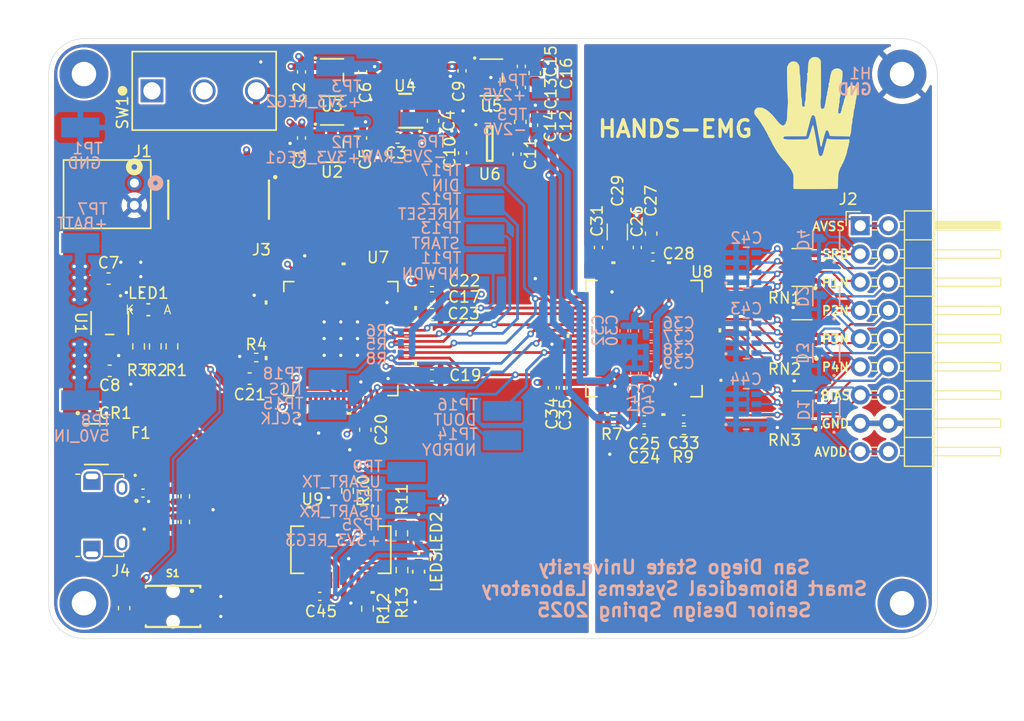
<source format=kicad_pcb>
(kicad_pcb (version 20241229) (generator "pcbnew") (generator_version "9.0")
  (layers (0 "F.Cu" signal) (4 "In1.Cu" signal) (6 "In2.Cu" signal) (2 "B.Cu" signal) (13 "F.Paste" user) (15 "B.Paste" user) (5 "F.SilkS" user "F.Silkscreen") (7 "B.SilkS" user "B.Silkscreen") (1 "F.Mask" user) (3 "B.Mask" user) (25 "Edge.Cuts" user))
  (net 0 "")
  (net 1 "/Analog-Front-End/IN1P")
  (net 2 "/Analog-Front-End/_SRB2")
  (net 3 "GND")
  (net 4 "/Analog-Front-End/IN1N")
  (net 5 "/Analog-Front-End/IN3P")
  (net 6 "/Analog-Front-End/IN3N")
  (net 7 "/Analog-Front-End/BIAS_DRV")
  (net 8 "/Analog-Front-End/IN4N")
  (net 9 "+5V0_IN")
  (net 10 "+2V5")
  (net 13 "/Analog-Front-End/BIAS")
  (net 14 "/Analog-Front-End/2N")
  (net 15 "/Analog-Front-End/2P")
  (net 17 "/Analog-Front-End/1N")
  (net 18 "/Analog-Front-End/3P")
  (net 20 "/Analog-Front-End/3N")
  (net 22 "/Analog-Front-End/4P")
  (net 23 "/Analog-Front-End/4N")
  (net 24 "Net-(U4-CAP+)")
  (net 25 "/Analog-Front-End/SRB1")
  (net 26 "/Analog-Front-End/SRB2")
  (net 27 "-2V5")
  (net 28 "/Analog-Front-End/1P")
  (net 29 "Net-(F1-Pad1)")
  (net 30 "Net-(U8-BIASOUT)")
  (net 31 "Net-(J4-D-)")
  (net 32 "+BATT")
  (net 33 "Net-(J4-D+)")
  (net 34 "Net-(J4-VCC)")
  (net 36 "Net-(J4-GND)")
  (net 42 "UC_NRST")
  (net 45 "SWI_SWO")
  (net 47 "SWI_SWCLK")
  (net 48 "+3V3_REG1")
  (net 50 "SWI_SWDIO")
  (net 54 "Net-(LED1-Pad2)")
  (net 55 "Net-(U1-STAT)")
  (net 56 "Net-(LED2-Pad1)")
  (net 57 "+3V3_REG3")
  (net 58 "Net-(LED3-Pad1)")
  (net 59 "/Analog-Front-End/_SRB1")
  (net 60 "/Analog-Front-End/IN2P")
  (net 61 "/Analog-Front-End/IN4P")
  (net 63 "/Power-Management/PWRON")
  (net 64 "Net-(U1-PROG)")
  (net 66 "+3V3_REG2")
  (net 68 "-2V5_RAW")
  (net 69 "Net-(U4-CAP-)")
  (net 70 "Net-(U5-NR{slash}FB)")
  (net 71 "Net-(U6-FB)")
  (net 72 "NPWDN")
  (net 73 "NRESET")
  (net 74 "NCS")
  (net 75 "DIN")
  (net 76 "START")
  (net 78 "NDRDY")
  (net 79 "SCLK")
  (net 80 "/Analog-Front-End/VCAP4")
  (net 81 "/Analog-Front-End/VCAP2")
  (net 82 "DOUT")
  (net 83 "/Analog-Front-End/IN2N")
  (net 85 "/Analog-Front-End/VCAP1")
  (net 86 "Net-(U7-PH3-BOOT0)")
  (net 88 "/Analog-Front-End/BIAS_INV")
  (net 89 "/Analog-Front-End/VREFP")
  (net 91 "/Analog-Front-End/VCAP3")
  (net 92 "/Analog-Front-End/CLKSEL")
  (net 96 "USART_TX")
  (net 98 "USART_RX")
  (net 100 "Net-(U9-CBUS2)")
  (net 104 "Net-(U9-CBUS1)")
  (net 105 "Net-(U9-RXD)")
  (net 109 "Net-(U9-TXD)")
  (net 116 "/Interface/USB_DP")
  (net 117 "/Interface/USB_DN")
  (footprint "Capacitor_SMD:C_0603_1608Metric" (layer "F.Cu") (at 174.5 104.79)
    (property "Reference" "C23")
    (property "Value" "1u")
  )
  (footprint "Capacitor_SMD:C_0402_1005Metric" (layer "F.Cu") (at 164.4 130.19)
    (property "Reference" "C45")
    (property "Value" "0u1")
  )
  (footprint "Capacitor_SMD:C_0603_1608Metric" (layer "F.Cu") (at 174.5 103.29)
    (property "Reference" "C17")
    (property "Value" "100n")
  )
  (footprint "Capacitor_SMD:C_0603_1608Metric" (layer "F.Cu") (at 174.6 87.39 -90)
    (property "Reference" "C4")
    (property "Value" "10u")
  )
  (footprint "MountingHole:MountingHole_2.2mm_M2_Pad" (layer "F.Cu") (at 216.8 130.8)
    (property "Reference" "H4")
    (property "Value" "MountingHole_Pad")
  )
  (footprint "HANDS-EMG-BOARD:CAY16-222J4LF" (layer "F.Cu") (at 207.8 106.99 180)
    (property "Reference" "RN2")
    (property "Value" "CAY16-222J4LF")
  )
  (footprint "HANDS-EMG-BOARD:SLW-1276864-4A-D" (layer "F.Cu") (at 149.3 84.69 90)
    (property "Reference" "SW1")
    (property "Value" "SLW-1276864-4A-D")
  )
  (footprint "Capacitor_SMD:C_0402_1005Metric" (layer "F.Cu") (at 151.3 121.19 90)
    (property "Reference" "C46" (hide yes))
    (property "Value" "47p")
  )
  (footprint "Resistor_SMD:R_0603_1608Metric" (layer "F.Cu") (at 171.7816 124.5091 -90)
    (property "Reference" "R11")
    (property "Value" "1K")
  )
  (footprint "Capacitor_SMD:C_0603_1608Metric" (layer "F.Cu") (at 194.2285 97.54 90)
    (property "Reference" "C27")
    (property "Value" "10u")
  )
  (footprint "Capacitor_SMD:C_0603_1608Metric" (layer "F.Cu") (at 171.4 88.89)
    (property "Reference" "C3")
    (property "Value" "10u")
  )
  (footprint "Capacitor_SMD:C_0402_1005Metric" (layer "F.Cu") (at 185.3285 111.415 -90)
    (property "Reference" "C34")
    (property "Value" "1u")
  )
  (footprint "HANDS-EMG-BOARD:STM32L496RGT6" (layer "F.Cu") (at 166.3 106.99 90)
    (property "Reference" "U7")
    (property "Value" "STM32L496RGT6")
  )
  (footprint "Capacitor_SMD:C_0402_1005Metric" (layer "F.Cu") (at 183.65 87.79 90)
    (property "Reference" "C12")
    (property "Value" "2u2")
  )
  (footprint "Capacitor_SMD:C_0402_1005Metric" (layer "F.Cu") (at 192.9785 98.79 90)
    (property "Reference" "C26")
    (property "Value" "1u")
  )
  (footprint "HANDS-EMG-BOARD:MPZ1005S300CT000" (layer "F.Cu") (at 148.1 124.89 -90)
    (property "Reference" "FL2" (hide yes))
    (property "Value" "MPZ1005S300CT000")
  )
  (footprint "Capacitor_SMD:C_0402_1005Metric" (layer "F.Cu") (at 168.2595 82.99 -90)
    (property "Reference" "C6")
    (property "Value" "2u2")
  )
  (footprint "Capacitor_SMD:C_0603_1608Metric" (layer "F.Cu") (at 158.1 110.59 180)
    (property "Reference" "C21")
    (property "Value" "100n")
  )
  (footprint "HANDS-EMG-BOARD:ADS1299-4PAGR" (layer "F.Cu") (at 193.5785 106.99 180)
    (property "Reference" "U8")
    (property "Value" "ADS1299-4PAGR")
  )
  (footprint "Capacitor_SMD:C_0402_1005Metric" (layer "F.Cu") (at 177.2 82.89 -90)
    (property "Reference" "C9")
    (property "Value" "2u2")
  )
  (footprint "Capacitor_SMD:C_0603_1608Metric" (layer "F.Cu") (at 183.7459 83.09 -90)
    (property "Reference" "C16")
    (property "Value" "10u")
  )
  (footprint "Capacitor_SMD:C_0603_1608Metric" (layer "F.Cu") (at 146.8 131.24 90)
    (property "Reference" "C18" (hide yes))
    (property "Value" "0u1")
  )
  (footprint "Capacitor_SMD:C_0402_1005Metric" (layer "F.Cu") (at 194.3785 99.64)
    (property "Reference" "C28")
    (property "Value" "0u1")
  )
  (footprint "HANDS-EMG-BOARD:TPS72325DBVR" (layer "F.Cu") (at 179.7 89.440001)
    (property "Reference" "U6")
    (property "Value" "TPS72325DBVR")
  )
  (footprint "HANDS-EMG-BOARD:S2B-PH-K-S" (layer "F.Cu") (at 147.7174 92.99 -90)
    (property "Reference" "J1")
    (property "Value" "S2B-PH-K-SLFSN")
  )
  (footprint "Capacitor_SMD:C_0603_1608Metric" (layer "F.Cu") (at 182.45 87.49 90)
    (property "Reference" "C14")
    (property "Value" "10u")
  )
  (footprint "MountingHole:MountingHole_2.2mm_M2_Pad" (layer "F.Cu") (at 216.8 83.18)
    (property "Reference" "H1")
    (property "Value" "MountingHole_Pad")
  )
  (footprint "Capacitor_SMD:C_0402_1005Metric" (layer "F.Cu") (at 182.15 90.39 -90)
    (property "Reference" "C11")
    (property "Value" "0u01")
  )
  (footprint "HANDS-EMG-BOARD:436331045822" (layer "F.Cu") (at 151.2 131.09)
    (property "Reference" "S1")
    (property "Value" "436331045822")
  )
  (footprint "MountingHole:MountingHole_2.2mm_M2_Pad" (layer "F.Cu") (at 143.18 83.18)
    (property "Reference" "H3")
    (property "Value" "MountingHole_Pad")
  )
  (footprint "Capacitor_SMD:C_0603_1608Metric" (layer "F.Cu") (at 168.5 115.19 -90)
    (property "Reference" "C20")
    (property "Value" "100n")
  )
  (footprint "HANDS-EMG-BOARD:TPS73225DBVR" (layer "F.Cu") (at 179.8459 83.49)
    (property "Reference" "U5")
    (property "Value" "TPS73225DBVR")
  )
  (footprint "Capacitor_SMD:C_0402_1005Metric" (layer "F.Cu") (at 197.1485 114.24 180)
    (property "Reference" "C33")
    (property "Value" "1n")
  )
  (footprint "Capacitor_SMD:C_0402_1005Metric" (layer "F.Cu") (at 151.3 123.49 -90)
    (property "Reference" "C47" (hide yes))
    (property "Value" "47p")
  )
  (footprint "HANDS-EMG-BOARD:LTST-C191KRKT" (layer "F.Cu") (at 148.9747 104.39)
    (property "Reference" "LED1")
    (property "Value" "LTST-C191KRKT (RED)")
  )
  (footprint "Resistor_SMD:R_0603_1608Metric" (layer "F.Cu") (at 151.1 107.69 -90)
    (property "Reference" "R1")
    (property "Value" "330R")
  )
  (footprint "HANDS-EMG-BOARD:MCP1754T-3302E-OT" (layer "F.Cu") (at 165.5046 83.49)
    (property "Reference" "U3")
    (property "Value" "MCP1754T-3302E/OT")
  )
  (footprint "Resistor_SMD:R_0402_1005Metric" (layer "F.Cu") (at 152.3 121.19 -90)
    (property "Reference" "R14" (hide yes))
    (property "Value" "22R")
  )
  (footprint "Capacitor_SMD:C_0402_1005Metric" (layer "F.Cu") (at 193.5985 115.24)
    (property "Reference" "C24")
    (property "Value" "1u")
  )
  (footprint "HANDS-EMG-BOARD:MCP73831T-2ACI-OT" (layer "F.Cu") (at 145.5 105.59 -90)
    (property "Reference" "U1")
    (property "Value" "MCP73831T-2ACI/OT")
  )
  (footprint "Capacitor_SMD:C_0402_1005Metric" (layer "F.Cu") (at 186.3035 111.415 -90)
    (property "Reference" "C35")
    (property "Value" "0u1")
  )
  (footprint "HANDS-EMG-BOARD:LM2664M6X-NOPB" (layer "F.Cu") (at 172.1 86.49 180)
    (property "Reference" "U4")
    (property "Value" "LM2664M6X/NOPB")
  )
  (footprint "HANDS-EMG-BOARD:CG0402MLC-05LG" (layer "F.Cu") (at 150.2 121.14 90)
    (property "Reference" "R16" (hide yes))
    (property "Value" "CG0402MLC-05LG" (hide yes))
  )
  (footprint "Resistor_SMD:R_0402_1005Metric" (layer "F.Cu") (at 152.3 123.49 90)
    (property "Reference" "R15" (hide yes))
    (property "Value" "22R")
  )
  (footprint "Capacitor_SMD:C_0603_1608Metric" (layer "F.Cu") (at 145.5 109.89)
    (property "Reference" "C8")
    (property "Value" "4u7")
  )
  (footprint "HANDS-EMG-BOARD:CAY16-222J4LF" (layer "F.Cu") (at 207.8 113.39 180)
    (property "Reference" "RN3")
    (property "Value" "CAY16-222J4LF")
  )
  (footprint "Capacitor_SMD:C_0603_1608Metric" (layer "F.Cu") (at 174.5 110.29)
    (property "Reference" "C19")
    (property "Value" "100n")
  )
  (footprint "HANDS-EMG-BOARD:MCP1754T-3302E-OT" (layer "F.Cu") (at 165.5046 89.440001)
    (property "Reference" "U2")
    (property "Value" "MCP1754T-3302E/OT")
  )
  (footprint "LOGO" (layer "F.Cu") (at 208.3 87.49)
    (property "Reference" "G***" (hide yes))
    (property "Value" "LOGO" (hide yes))
  )
  (footprint "Capacitor_SMD:C_0402_1005Metric" (layer "F.Cu") (at 162.7595 88.940001 -90)
    (property "Reference" "C1")
    (property "Value" "2u2")
  )
  (footprint "HANDS-EMG-BOARD:CG0402MLC-05LG" (layer "F.Cu") (at 150.2 123.49 -90)
    (property "Reference" "R17" (hide yes))
    (property "Value" "CG0402MLC-05LG" (hide yes))
  )
  (footprint "Capacitor_SMD:C_0402_1005Metric" (layer "F.Cu") (at 182.5459 82.49 -90)
    (property "Reference" "C15")
    (property "Value" "2u2")
  )
  (footprint "Capacitor_SMD:C_0402_1005Metric" (layer "F.Cu") (at 168.2595 88.940001 -90)
    (property "Reference" "C5")
    (property "Value" "2u2")
  )
  (footprint "Capacitor_SMD:C_0402_1005Metric" (layer "F.Cu") (at 177.25 90.29 -90)
    (property "Reference" "C10")
    (property "Value" "2u2")
  )
  (footprint "HANDS-EMG-BOARD:CAY16-222J4LF" (layer "F.Cu") (at 207.8 100.59 180)
    (property "Reference" "RN1")
    (property "Value" "CAY16-222J4LF")
  )
  (footprint "Capacitor_SMD:C_0603_1608Metric" (layer "F.Cu") (at 145.4 101.59)
    (property "Reference" "C7")
    (property "Value" "4u7")
  )
  (footprint "Resistor_SMD:R_0402_1005Metric" (layer "F.Cu") (at 197.1785 115.24 180)
    (property "Reference" "R9")
    (property "Value" "1M")
  )
  (footprint "Capacitor_SMD:C_0603_1608Metric" (layer "F.Cu") (at 174.5 101.79)
    (property "Reference" "C22")
    (property "Value" "4u7")
  )
  (footprint "Resistor_SMD:R_0603_1608Metric" (layer "F.Cu") (at 148.1 107.69 90)
    (property "Reference" "R3")
    (property "Value" "2K")
  )
  (footprint "Capacitor_SMD:C_0402_1005Metric" (layer "F.Cu") (at 162.7595 82.99 -90)
    (property "Reference" "C2")
    (property "Value" "2u2")
  )
  (footprint "Resistor_SMD:R_0402_1005Metric" (layer "F.Cu") (at 158.69 108.69)
    (property "Reference" "R4")
    (property "Value" "10K")
  )
  (footprint "Resistor_SMD:R_0603_1608Metric" (layer "F.Cu") (at 168.7 131.29 -90)
    (property "Reference" "R12")
    (property "Value" "1K")
  )
  (footprint "Capacitor_SMD:C_0402_1005Metric" (layer "F.Cu") (at 182.5459 84.39 90)
    (property "Reference" "C13")
    (property "Value" "1u")
  )
  (footprint "Resistor_SMD:R_0402_1005Metric" (layer "F.Cu") (at 190.8285 114.39)
    (property "Reference" "R7")
    (property "Value" "10K")
  )
  (footprint "Capacitor_SMD:C_1206_3216Metric" (layer "F.Cu") (at 191.1785 97.39 -90)
    (property "Reference" "C29")
    (property "Value" "100u")
  )
  (footprint "Capacitor_SMD:C_0402_1005Metric" (layer "F.Cu") (at 193.6035 114.29)
    (property "Reference" "C25")
    (property "Value" "0u1")
  )
  (footprint "HANDS-EMG-BOARD:LTST-C191KRKT" (layer "F.Cu") (at 173.3 127.9647 -90)
    (property "Reference" "LED3")
    (property "Value" "LTST-C191KRKT (RED)")
  )
  (footprint "Resistor_SMD:R_0603_1608Metric" (layer "F.Cu") (at 171.8 127.81955 90)
    (property "Reference" "R13")
    (property "Value" "1K")
  )
  (footprint "Resistor_SMD:R_0603_1608Metric" (layer "F.Cu") (at 149.6 107.69 90)
    (property "Reference" "R2")
    (property "Value" "DNP")
  )
  (footprint "Connector_PinHeader_2.54mm:PinHeader_2x09_P2.54mm_Horizontal" (layer "F.Cu") (at 213.0385 96.83)
    (property "Reference" "J2")
    (property "Value" "Conn_02x09_Odd_Even")
  )
  (footprint "Capacitor_SMD:C_0402_1005Metric" (layer "F.Cu") (at 148.4921 120.89 180)
    (property "Reference" "C48" (hide yes))
    (property "Value" "0u01")
  )
  (footprint "HANDS-EMG-BOARD:MPZ1005S300CT000" (layer "F.Cu") (at 148.5921 119.79)
    (property "Reference" "FL1" (hide yes))
    (property "Value" "MPZ1005S300CT000")
  )
  (footprint "Capacitor_SMD:C_0402_1005Metric" (layer "F.Cu") (at 189.4785 98.79 -90)
    (property "Reference" "C31")
    (property "Value" "1u")
  )
  (footprint "Resistor_SMD:R_0603_1608Metric" (layer "F.Cu") (at 166.9 120.69 -90)
    (property "Reference" "R10")
    (property "Value" "1K")
  )
  (footprint "HANDS-EMG-BOARD:MF-MSMF050-2" (layer "F.Cu") (at 144.3 116.49 180)
    (property "Reference" "F1")
    (property "Value" "MF-MSMF050-2")
  )
  (footprint "MountingHole:MountingHole_2.2mm_M2_Pad" (layer "F.Cu") (at 143.18 130.8)
    (property "Reference" "H2")
    (property "Value" "MountingHole_Pad")
  )
  (footprint "HANDS-EMG-BOARD:ESDALC6V1-1M2" (layer "F.Cu") (at 143.72455 113.69)
    (property "Reference" "CR1")
    (property "Value" "ESDALC6V1-1M2")
  )
  (footprint "HANDS-EMG-BOARD:LTST-C191KGKT" (layer "F.Cu") (at 173.3 124.8647 -90)
    (property "Reference" "LED2")
    (property "Value" "LTST-C191KGKT (GREEN)")
  )
  (footprint "HANDS-EMG-BOARD:FT231XS-R" (layer "F.Cu") (at 166.3 125.99 -90)
    (property "Reference" "U9")
    (property "Value" "FT231XS-R")
  )
  (footprint "HANDS-EMG-BOARD:10118194-0001LF" (layer "F.Cu") (at 143.9 122.89 -90)
    (property "Reference" "J4")
    (property "Value" "10118194-0001LF")
  )
  (footprint "HANDS-EMG-BOARD:FTSH-107-01-L-DV-K" (layer "F.Cu") (at 155.3 94.49 180)
    (property "Reference" "J3")
    (property "Value" "FTSH-107-01-L-DV-K")
  )
  (footprint "HANDS-EMG-BOARD:5015" (layer "B.Cu") (at 185.2 84.47)
    (property "Reference" "TP4")
    (property "Value" "5015")
  )
  (footprint "Capacitor_SMD:C_0402_1005Metric" (layer "B.Cu") (at 191.7785 106.29 -90)
    (property "Reference" "C32")
    (property "Value" "1u")
  )
  (footprint "Capacitor_SMD:C_0402_1005Metric" (layer "B.Cu") (at 194.2285 106.79 180)
    (property "Reference" "C37")
    (property "Value" "0u1")
  )
  (footprint "HANDS-EMG-BOARD:TPD4E1B06DCKR" (layer "B.Cu") (at 209.9785 103.19 90)
    (property "Reference" "D2")
    (property "Value" "TPD4E1B06DCKR")
  )
  (footprint "HANDS-EMG-BOARD:CA064C102K5RAC7800" (layer "B.Cu") (at 202.7785 100.59)
    (property "Reference" "C42")
    (property "Value" "CA064C102K5RACTU")
  )
  (footprint "Resistor_SMD:R_0402_1005Metric" (layer "B.Cu") (at 172.2 106.39 180)
    (property "Reference" "R6")
    (property "Value" "10K")
  )
  (footprint "HANDS-EMG-BOARD:5015" (layer "B.Cu") (at 142.85 87.99)
    (property "Reference" "TP1")
    (property "Value" "5015")
  )
  (footprint "Capacitor_SMD:C_0402_1005Metric" (layer "B.Cu") (at 194.2285 108.69 180)
    (property "Reference" "C39")
    (property "Value" "0u1")
  )
  (footprint "HANDS-EMG-BOARD:CA064C102K5RAC7800" (layer "B.Cu") (at 202.7785 113.3235)
    (property "Reference" "C44")
    (property "Value" "CA064C102K5RACTU")
  )
  (footprint "HANDS-EMG-BOARD:TPD4E1B06DCKR" (layer "B.Cu") (at 209.9785 113.39 90)
    (property "Reference" "D1")
    (property "Value" "TPD4E1B06DCKR")
  )
  (footprint "Capacitor_SMD:C_0402_1005Metric" (layer "B.Cu") (at 192.7285 110.12 90)
    (property "Reference" "C41")
    (property "Value" "0u1")
  )
  (footprint "HANDS-EMG-BOARD:5015" (layer "B.Cu") (at 179.3 97.59)
    (property "Reference" "TP13")
    (property "Value" "5015")
  )
  (footprint "HANDS-EMG-BOARD:5015" (layer "B.Cu") (at 172.2 124.29)
    (property "Reference" "TP25")
    (property "Value" "5015")
  )
  (footprint "Capacitor_SMD:C_0402_1005Metric" (layer "B.Cu") (at 194.2285 105.84 180)
    (property "Reference" "C36")
    (property "Value" "1u")
  )
  (footprint "HANDS-EMG-BOARD:5015" (layer "B.Cu") (at 185.2 87.54)
    (property "Reference" "TP5")
    (property "Value" "5015")
  )
  (footprint "HANDS-EMG-BOARD:5015" (layer "B.Cu") (at 179.3 92.39)
    (property "Reference" "TP17")
    (property "Value" "5015")
  )
  (footprint "HANDS-EMG-BOARD:5015" (layer "B.Cu") (at 142.85 98.39)
    (property "Reference" "TP7")
    (property "Value" "5015")
  )
  (footprint "HANDS-EMG-BOARD:5015" (layer "B.Cu") (at 179.3 94.99)
    (property "Reference" "TP12")
    (property "Value" "5015")
  )
  (footprint "HANDS-EMG-BOARD:5015" (layer "B.Cu") (at 165.1 113.39)
    (property "Reference" "TP15")
    (property "Value" "5015")
  )
  (footprint "Capacitor_SMD:C_0402_1005Metric" (layer "B.Cu") (at 193.6985 110.12 90)
    (property "Reference" "C40")
    (property "Value" "1u")
  )
  (footprint "HANDS-EMG-BOARD:5015" (layer "B.Cu") (at 179.3 100.29)
    (property "Reference" "TP11")
    (property "Value" "5015")
  )
  (footprint "HANDS-EMG-BOARD:5015" (layer "B.Cu") (at 172.2 121.69)
    (property "Reference" "TP10")
    (property "Value" "5015")
  )
  (footprint "HANDS-EMG-BOARD:5015" (layer "B.Cu") (at 172.2 118.99)
    (property "Reference" "TP9")
    (property "Value" "5015")
  )
  (footprint "HANDS-EMG-BOARD:5015" (layer "B.Cu") (at 165.8 82.49)
    (property "Reference" "TP3")
    (property "Value" "5015")
  )
  (footprint "HANDS-EMG-BOARD:CA064C102K5RAC7800" (layer "B.Cu") (at 202.7785 106.95675)
    (property "Reference" "C43")
    (property "Value" "CA064C102K5RACTU")
  )
  (footprint "HANDS-EMG-BOARD:5015" (layer "B.Cu") (at 173.4 87.49)
    (property "Reference" "TP6")
    (property "Value" "5015")
  )
  (footprint "Resistor_SMD:R_0402_1005Metric" (layer "B.Cu") (at 172.2 107.34 180)
    (property "Reference" "R5")
    (property "Value" "10K")
  )
  (footprint "Capacitor_SMD:C_0402_1005Metric" (layer "B.Cu") (at 194.2285 107.74 180)
    (property "Reference" "C38")
    (property "Value" "1u")
  )
  (footprint "HANDS-EMG-BOARD:5015" (layer "B.Cu") (at 180.8 113.49)
    (property "Reference" "TP16")
    (property "Value" "5015")
  )
  (footprint "HANDS-EMG-BOARD:5015" (layer "B.Cu") (at 180.8 116.142)
    (property "Reference" "TP14")
    (property "Value" "5015")
  )
  (footprint "HANDS-EMG-BOARD:TPD4E1B06DCKR" (layer "B.Cu") (at 209.9785 98.09 90)
    (property "Reference" "D4")
    (property "Value" "TPD4E1B06DCKR")
  )
  (footprint "Capacitor_SMD:C_0402_1005Metric" (layer "B.Cu") (at 192.7285 106.29 -90)
    (property "Reference" "C30")
    (property "Value" "1u")
  )
  (footprint "HANDS-EMG-BOARD:5015" (layer "B.Cu") (at 142.85 112.54)
    (property "Reference" "TP8")
    (property "Value" "5015")
  )
  (footprint "Resistor_SMD:R_0402_1005Metric" (layer "B.Cu") (at 172.2 108.29 180)
    (property "Reference" "R8")
    (property "Value" "10K")
  )
  (footprint "HANDS-EMG-BOARD:5015" (layer "B.Cu") (at 165.1 110.69)
    (property "Reference" "TP18")
    (property "Value" "5015")
  )
  (footprint "HANDS-EMG-BOARD:5015" (layer "B.Cu") (at 165.75 87.49)
    (property "Reference" "TP2")
    (property "Value" "5015")
  )
  (footprint "HANDS-EMG-BOARD:TPD4E1B06DCKR" (layer "B.Cu") (at 209.9785 108.29 90)
    (property "Reference" "D3")
    (property "Value" "TPD4E1B06DCKR")
  )
  (gr_line (start 219.98 83.18) (end 219.98 130.8) (stroke (width 0.05)) (layer "Edge.Cuts"))
  (gr_line (start 216.8 133.98) (end 143.18 133.98) (stroke (width 0.05)) (layer "Edge.Cuts"))
  (gr_arc (start 140 83.18) (mid 140.9314 80.9314) (end 143.18 80) (stroke (width 0.05)) (layer "Edge.Cuts"))
  (gr_line (start 140 130.8) (end 140 83.18) (stroke (width 0.05)) (layer "Edge.Cuts"))
  (gr_arc (start 219.98 130.8) (mid 219.0486 133.0486) (end 216.8 133.98) (stroke (width 0.05)) (layer "Edge.Cuts"))
  (gr_line (start 143.18 80) (end 216.8 80) (stroke (width 0.05)) (layer "Edge.Cuts"))
  (gr_arc (start 216.8 80) (mid 219.0486 80.9314) (end 219.98 83.18) (stroke (width 0.05)) (layer "Edge.Cuts"))
  (gr_arc (start 143.18 133.98) (mid 140.9314 133.0486) (end 140 130.8) (stroke (width 0.05)) (layer "Edge.Cuts"))
  (gr_text "P2N" (at 210.8 104.475714 0) (layer "F.SilkS") (effects (font (size 0.8 0.8) (thickness 0.15) (bold yes))))
  (gr_text "AVSS" (at 210.2 96.89 0) (layer "F.SilkS") (effects (font (size 0.8 0.8) (thickness 0.15) (bold yes))))
  (gr_text "A" (at 150.7 104.39 0) (layer "F.SilkS") (effects (font (size 0.8 0.8) (thickness 0.1))))
  (gr_text "P3N" (at 210.8 107.018571 0) (layer "F.SilkS") (effects (font (size 0.8 0.8) (thickness 0.15) (bold yes))))
  (gr_text "P1N" (at 210.8 101.932857 0) (layer "F.SilkS") (effects (font (size 0.8 0.8) (thickness 0.15) (bold yes))))
  (gr_text "HANDS-EMG" (at 189.3 88.99 0) (layer "F.SilkS") (effects (font (size 1.5 1.5) (thickness 0.3) (bold yes)) (justify left bottom)))
  (gr_text "AVDD" (at 210.4 117.19 0) (layer "F.SilkS") (effects (font (size 0.8 0.8) (thickness 0.15) (bold yes))))
  (gr_text "K" (at 147.3 104.39 0) (layer "F.SilkS") (effects (font (size 0.8 0.8) (thickness 0.1))))
  (gr_text "P4N" (at 210.8 109.561429 0) (layer "F.SilkS") (effects (font (size 0.8 0.8) (thickness 0.15) (bold yes))))
  (gr_text "SRB" (at 210.8 99.39 0) (layer "F.SilkS") (effects (font (size 0.8 0.8) (thickness 0.15) (bold yes))))
  (gr_text "GND" (at 210.8 114.647143 0) (layer "F.SilkS") (effects (font (size 0.8 0.8) (thickness 0.15) (bold yes))))
  (gr_text "BIAS" (at 210.8 112.104286 0) (layer "F.SilkS") (effects (font (size 0.8 0.8) (thickness 0.15) (bold yes))))
  (gr_text "NRESET" (at 177.1 96.372 0) (layer "B.SilkS") (effects (font (size 1 1)) (justify left bottom mirror)))
  (gr_text "San Diego State University\nSmart Biomedical Systems Laboratory\nSenior Design Spring 2025\n" (at 196.3 129.49 0) (layer "B.SilkS") (effects (font (size 1.2 1.2) (thickness 0.25) (bold yes)) (justify mirror)))
  (gr_text "NDRDY" (at 178.6 117.596 0) (layer "B.SilkS") (effects (font (size 1 1)) (justify left bottom mirror)))
  (gr_text "DIN" (at 177.1 93.796 0) (layer "B.SilkS") (effects (font (size 1 1)) (justify left bottom mirror)))
  (gr_text "START" (at 177.1 99.016 0) (layer "B.SilkS") (effects (font (size 1 1)) (justify left bottom mirror)))
  (gr_text "GND" (at 214.2 85.14 0) (layer "B.SilkS") (effects (font (size 1 1) (thickness 0.2) (bold yes)) (justify left bottom mirror)))
  (gr_text "DOUT" (at 178.6 114.892 0) (layer "B.SilkS") (effects (font (size 1 1)) (justify left bottom mirror)))
  (gr_text "-2V5" (at 183.15 88.74 0) (layer "B.SilkS") (effects (font (size 1 1)) (justify left bottom mirror)))
  (gr_text "+3V3_REG1" (at 168.2 91.29 0) (layer "B.SilkS") (effects (font (size 1 1)) (justify left bottom mirror)))
  (gr_text "USART_TX" (at 170 120.46 0) (layer "B.SilkS") (effects (font (size 1 1)) (justify left bottom mirror)))
  (gr_text "+BATT" (at 145.45 97.21 0) (layer "B.SilkS") (effects (font (size 1 1)) (justify left bottom mirror)))
  (gr_text "GND" (at 144.85 91.78 0) (layer "B.SilkS") (effects (font (size 1 1)) (justify left bottom mirror)))
  (gr_text "+2V5" (at 183.1 85.64 0) (layer "B.SilkS") (effects (font (size 1 1)) (justify left bottom mirror)))
  (gr_text "NPWDN" (at 177.1 101.748 0) (layer "B.SilkS") (effects (font (size 1 1)) (justify left bottom mirror)))
  (gr_text "USART_RX" (at 170 123.124 0) (layer "B.SilkS") (effects (font (size 1 1)) (justify left bottom mirror)))
  (gr_text "+3V3_REG2" (at 168.25 86.24 0) (layer "B.SilkS") (effects (font (size 1 1)) (justify left bottom mirror)))
  (gr_text "SCLK" (at 162.9 114.768 0) (layer "B.SilkS") (effects (font (size 1 1)) (justify left bottom mirror)))
  (gr_text "5V0_IN" (at 145.6 116.34 0) (layer "B.SilkS") (effects (font (size 1 1)) (justify left bottom mirror)))
  (gr_text "NCS" (at 162.9 112.14 0) (layer "B.SilkS") (effects (font (size 1 1)) (justify left bottom mirror)))
  (gr_text "+3V3_REG3" (at 170 125.72 0) (layer "B.SilkS") (effects (font (size 1 1)) (justify left bottom mirror)))
  (gr_text "-2V5_RAW" (at 175.95 91.18 0) (layer "B.SilkS") (effects (font (size 1 1)) (justify left bottom mirror)))
  (segment (start 205.745167 100.99) (end 205.5785 101.156667) (width 0.2) (layer "F.Cu") (net 1))
  (segment (start 203.495167 103.24) (end 199.357 103.24) (width 0.2) (layer "F.Cu") (net 1))
  (segment (start 205.5785 101.156667) (end 203.495167 103.24) (width 0.2) (layer "F.Cu") (net 1))
  (segment (start 206.925 100.99) (end 205.745167 100.99) (width 0.2) (layer "F.Cu") (net 1))
  (via (at 205.5785 101.156667) (size 0.6) (drill 0.3) (layers "F.Cu" "B.Cu") (net 1))
  (segment (start 203.6929 101.0345) (end 205.456333 101.0345) (width 0.2) (layer "B.Cu") (net 1))
  (segment (start 205.456333 101.0345) (end 205.5785 101.156667) (width 0.2) (layer "B.Cu") (net 1))
  (segment (start 203.111833 102.49) (end 205.5785 100.023333) (width 0.2) (layer "F.Cu") (net 2))
  (segment (start 197.1922 102.49) (end 203.111833 102.49) (width 0.2) (layer "F.Cu") (net 2))
  (segment (start 205.745167 100.19) (end 205.5785 100.023333) (width 0.2) (layer "F.Cu") (net 2))
  (segment (start 206.925 100.19) (end 205.745167 100.19) (width 0.2) (layer "F.Cu") (net 2))
  (segment (start 196.828501 101.2115) (end 196.828501 102.126301) (width 0.2) (layer "F.Cu") (net 2))
  (segment (start 196.828501 102.126301) (end 197.1922 102.49) (width 0.2) (layer "F.Cu") (net 2))
  (via (at 205.5785 100.023333) (size 0.6) (drill 0.3) (layers "F.Cu" "B.Cu") (net 2))
  (segment (start 205.456333 100.1455) (end 205.5785 100.023333) (width 0.2) (layer "B.Cu") (net 2))
  (segment (start 203.6929 100.1455) (end 205.456333 100.1455) (width 0.2) (layer "B.Cu") (net 2))
  (segment (start 163.55 112.739999) (end 163.55 113.64) (width 0.25) (layer "F.Cu") (net 3))
  (segment (start 172.049999 105.74) (end 172.049999 105.240001) (width 0.25) (layer "F.Cu") (net 3))
  (segment (start 160.550001 104.24) (end 159.65 104.24) (width 1) (layer "F.Cu") (net 3))
  (segment (start 161.35 107.24) (end 161.85 106.74) (width 0.25) (layer "F.Cu") (net 3))
  (segment (start 172.049999 105.240001) (end 172.049999 103.739999) (width 0.25) (layer "F.Cu") (net 3))
  (segment (start 160.550001 109.74) (end 161.600001 109.74) (width 0.25) (layer "F.Cu") (net 3))
  (segment (start 144.4 112.99) (end 144.9 112.99) (width 0.4) (layer "F.Cu") (net 3))
  (segment (start 163.251299 99.54) (end 163.05 99.54) (width 0.25) (layer "F.Cu") (net 3))
  (segment (start 163.525 113.665) (end 163.049999 114.140001) (width 0.25) (layer "F.Cu") (net 3))
  (segment (start 215.5585 114.59) (end 205.9785 114.59) (width 0.2) (layer "F.Cu") (net 3))
  (segment (start 196.042201 111.09) (end 196.4 111.09) (width 0.25) (layer "F.Cu") (net 3))
  (segment (start 176.16 83.37) (end 176.15 83.38) (width 0.6) (layer "F.Cu") (net 3))
  (segment (start 165.05 112.739999) (end 163.049999 112.739999) (width 0.25) (layer "F.Cu") (net 3))
  (segment (start 190.328499 102.418499) (end 190.7 102.79) (width 0.25) (layer "F.Cu") (net 3))
  (segment (start 160.550001 108.24) (end 160.550001 106.74) (width 0.25) (layer "F.Cu") (net 3))
  (segment (start 168.049999 112.990001) (end 167.55 113.49) (width 0.25) (layer "F.Cu") (net 3))
  (segment (start 190.8285 112.7685) (end 190.8285 111.415) (width 0.25) (layer "F.Cu") (net 3))
  (segment (start 184.3 87.09) (end 184.3 86.49) (width 0.4) (layer "F.Cu") (net 3))
  (segment (start 166.6175 128.71415) (end 166.6175 130.2075) (width 0.4) (layer "F.Cu") (net 3))
  (segment (start 160.550001 107.740001) (end 161.600001 107.740001) (width 0.25) (layer "F.Cu") (net 3))
  (segment (start 173.375001 87.440001) (end 173.375001 89.165001) (width 0.6) (layer "F.Cu") (net 3))
  (segment (start 189.8285 112.7685) (end 189.6 112.997) (width 0.25) (layer "F.Cu") (net 3))
  (segment (start 182.5459 83.91) (end 182.1259 83.49) (width 0.4) (layer "F.Cu") (net 3))
  (segment (start 163.049999 101.240001) (end 163.05 99.54) (width 0.25) (layer "F.Cu") (net 3))
  (segment (start 164.55 106.74) (end 161.85 106.74) (width 0.25) (layer "F.Cu") (net 3))
  (segment (start 164.3 115.49) (end 164.65 115.14) (width 0.25) (layer "F.Cu") (net 3))
  (segment (start 169.6 90.69) (end 169 90.69) (width 0.6) (layer "F.Cu") (net 3))
  (segment (start 149.9 120.89) (end 150.2 120.59) (width 0.4) (layer "F.Cu") (net 3))
  (segment (start 160.550001 105.74) (end 160.550001 103.739999) (width 0.25) (layer "F.Cu") (net 3))
  (segment (start 205.9785 114.59) (end 205.5785 114.99) (width 0.2) (layer "F.Cu") (net 3))
  (segment (start 183.7459 83.865) (end 183.7459 85.9359) (width 0.4) (layer "F.Cu") (net 3))
  (segment (start 167.55 113.49) (end 167.050001 113.989999) (width 0.25) (layer "F.Cu") (net 3))
  (segment (start 165.05 112.739999) (end 165.05 114.74) (width 0.25) (layer "F.Cu") (net 3))
  (segment (start 189.6 116.49) (end 190.5 117.39) (width 0.25) (layer "F.Cu") (net 3))
  (segment (start 160.48 83.47) (end 159.1 82.09) (width 0.6) (layer "F.Cu") (net 3))
  (segment (start 177.3459 83.37) (end 176.16 83.37) (width 0.6) (layer "F.Cu") (net 3))
  (segment (start 178.48065 83.49) (end 179.8 83.49) (width 0.4) (layer "F.Cu") (net 3))
  (segment (start 164.1892 83.47) (end 164.2092 83.49) (width 0.6) (layer "F.Cu") (net 3))
  (segment (start 182.5459 83.91) (end 183.7009 83.91) (width 0.4) (layer "F.Cu") (net 3))
  (segment (start 166.05 112.739999) (end 167.55 112.739999) (width 0.25) (layer "F.Cu") (net 3))
  (segment (start 173.375001 89.165001) (end 173.6 89.39) (width 0.6) (layer "F.Cu") (net 3))
  (segment (start 181.5 83.49) (end 179.8 83.49) (width 0.4) (layer "F.Cu") (net 3))
  (segment (start 164.049999 101.240001) (end 170.05 101.240001) (width 0.25) (layer "F.Cu") (net 3))
  (segment (start 172.049999 110.240001) (end 170.899999 110.240001) (width 0.25) (layer "F.Cu") (net 3))
  (segment (start 183.7009 83.91) (end 183.7459 83.865) (width 0.4) (layer "F.Cu") (net 3))
  (segment (start 163.55 113.64) (end 163.525 113.665) (width 0.25) (layer "F.Cu") (net 3))
  (segment (start 190.8285 111.415) (end 190.9535 111.29) (width 0.25) (layer "F.Cu") (net 3))
  (segment (start 182.5459 83.91) (end 182.5459 82.97) (width 0.4) (layer "F.Cu") (net 3))
  (segment (start 162.1 108.24) (end 163.55 108.24) (width 0.25) (layer "F.Cu") (net 3))
  (segment (start 168.2595 89.9495) (end 168.2595 89.420001) (width 0.6) (layer "F.Cu") (net 3))
  (segment (start 168.4487 111.44) (end 168.049999 111.838701) (width 0.25) (layer "F.Cu") (net 3))
  (segment (start 159.65 104.24) (end 158.5 103.09) (width 1) (layer "F.Cu") (net 3))
  (segment (start 161.450001 105.240001) (end 161.95 105.74) (width 0.25) (layer "F.Cu") (net 3))
  (segment (start 148.9721 121.6121) (end 149 121.64) (width 0.4) (layer "F.Cu") (net 3))
  (segment (start 168.049999 112.739999) (end 168.049999 112.990001) (width 0.25) (layer "F.Cu") (net 3))
  (segment (start 165.05 114.74) (end 164.9 114.89) (width 0.25) (layer "F.Cu") (net 3))
  (segment (start 168.5 115.965) (end 168.125 115.965) (width 0.4) (layer "F.Cu") (net 3))
  (segment (start 160.550001 105.240001) (end 161.450001 105.240001) (width 0.25) (layer "F.Cu") (net 3))
  (segment (start 168.2595 83.47) (end 168.2595 84.7495) (width 0.6) (layer "F.Cu") (net 3))
  (segment (start 183.65 87.31) (end 184.08 87.31) (width 0.4) (layer "F.Cu") (net 3))
  (segment (start 164.8 106.99) (end 164.55 106.74) (width 0.25) (layer "F.Cu") (net 3))
  (segment (start 165.2 121.29) (end 165.9825 122.0725) (width 0.4) (layer "F.Cu") (net 3))
  (segment (start 169.05 111.838698) (end 168.651302 111.44) (width 0.25) (layer "F.Cu") (net 3))
  (segment (start 160.550001 109.240001) (end 162.1 109.240001) (width 0.25) (layer "F.Cu") (net 3))
  (segment (start 165.65 114.14) (end 165.5 114.29) (width 0.25) (layer "F.Cu") (net 3))
  (segment (start 195.328499 112.7685) (end 195.328499 111.803702) (width 0.25) (layer "F.Cu") (net 3))
  (segment (start 161.95 105.74) (end 160.550001 105.74) (width 0.25) (layer "F.Cu") (net 3))
  (segment (start 161.600001 109.74) (end 162.1 109.240001) (width 0.25) (layer "F.Cu") (net 3))
  (segment (start 189.6 112.997) (end 189.6 116.49) (width 0.25) (layer "F.Cu") (net 3))
  (segment (start 166.55 113.99) (end 166.45 114.09) (width 0.25) (layer "F.Cu") (net 3))
  (segment (start 167.55 112.739999) (end 167.55 113.49) (width 0.25) (layer "F.Cu") (net 3))
  (segment (start 164.65 115.14) (end 164.9 114.89) (width 0.25) (layer "F.Cu") (net 3))
  (segment (start 195.328499 111.803702) (end 196.042201 111.09) (width 0.25) (layer "F.Cu") (net 3))
  (segment (start 167.050001 112.739999) (end 167.050001 113.989999) (width 0.25) (layer "F.Cu") (net 3))
  (segment (start 164.049999 101.240001) (end 164.049999 100.3387) (width 0.25) (layer "F.Cu") (net 3))
  (segment (start 162.7595 83.47) (end 164.1892 83.47) (width 0.6) (layer "F.Cu") (net 3))
  (segment (start 183.075 86.715) (end 183.8 85.99) (width 0.4) (layer "F.Cu") (net 3))
  (segment (start 160.550001 104.24) (end 163.55 104.24) (width 1) (layer "F.Cu") (net 3))
  (segment (start 168.4487 111.2387) (end 168.1 110.89) (width 0.25) (layer "F.Cu") (net 3))
  (segment (start 161.85 106.74) (end 160.550001 106.74) (width 0.25) (layer "F.Cu") (net 3))
  (segment (start 158.18 108.69) (end 157.3 108.69) (width 0.6) (layer "F.Cu") (net 3))
  (segment (start 163.049999 114.140001) (end 163.049999 112.739999) (width 0.25) (layer "F.Cu") (net 3))
  (segment (start 215.5785 114.61) (end 215.5585 114.59) (width 0.2) (layer "F.Cu") (net 3))
  (segment (start 182.5459 82.97) (end 182.0259 83.49) (width 0.4) (layer "F.Cu") (net 3))
  (segment (start 164.8 105.49) (end 164.55 105.74) (width 0.25) (layer "F.Cu") (net 3))
  (segment (start 162.6 114.69) (end 162.6 114.59) (width 0.25) (layer "F.Cu") (net 3))
  (segment (start 154 130.24) (end 154 131.94) (width 0.6) (layer "F.Cu") (net 3))
  (segment (start 174.1 88.165) (end 173.375001 87.440001) (width 0.6) (layer "F.Cu") (net 3))
  (segment (start 162.1 109.240001) (end 164.049999 109.240001) (width 0.25) (layer "F.Cu") (net 3))
  (segment (start 170.899999 110.240001) (end 170.55 110.59) (width 0.25) (layer "F.Cu") (net 3))
  (segment (start 168.049999 111.838701) (end 168.049999 112.739999) (width 0.25) (layer "F.Cu") (net 3))
  (segment (start 190.328499 101.2115) (end 190.328499 102.418499) (width 0.25) (layer "F.Cu") (net 3))
  (segment (start 167.050001 113.989999) (end 166.9 114.14) (width 0.25) (layer "F.Cu") (net 3))
  (segment (start 168.125 115.965) (end 167.1 116.99) (width 0.4) (layer "F.Cu") (net 3))
  (segment (start 166.6175 130.2075) (end 167.2 130.79) (width 0.4) (layer "F.Cu") (net 3))
  (segment (start 168.2595 84.7495) (end 169 85.49) (width 0.6) (layer "F.Cu") (net 3))
  (segment (start 182.45 86.715) (end 183.075 86.715) (width 0.4) (layer "F.Cu") (net 3))
  (segment (start 182.0259 83.49) (end 181.5 83.49) (width 0.4) (layer "F.Cu") (net 3))
  (segment (start 161.1 110.240001) (end 161.600001 109.74) (width 0.25) (layer "F.Cu") (net 3))
  (segment (start 185.3 107.49) (end 185.6785 107.49) (width 0.25) (layer "F.Cu") (net 3))
  (segment (start 172.049999 103.739999) (end 170.45 103.74) (width 0.25) (layer "F.Cu") (net 3))
  (segment (start 160.550001 110.240001) (end 161.1 110.240001) (width 0.25) (layer "F.Cu") (net 3))
  (segment (start 144.04205 113.34795) (end 144.4 112.99) (width 0.4) (layer "F.Cu") (net 3))
  (segment (start 148.9721 120.89) (end 148.9721 121.6121) (width 0.4) (layer "F.Cu") (net 3))
  (segment (start 144.9 112.99) (end 145.2 113.29) (width 0.4) (layer "F.Cu") (net 3))
  (segment (start 164.049999 109.240001) (end 164.8 108.49) (width 0.25) (layer "F.Cu") (net 3))
  (segment (start 163.55 104.24) (end 164.8 105.49) (width 1) (layer "F.Cu") (net 3))
  (segment (start 182.45 86.715) (end 180.025 86.715) (width 0.4) (layer "F.Cu") (net 3))
  (segment (start 168.4487 111.44) (end 168.4487 111.2387) (width 0.25) (layer "F.Cu") (net 3))
  (segment (start 182.1259 83.49) (end 181.5 83.49) (width 0.4) (layer "F.Cu") (net 3))
  (segment (start 169 90.69) (end 168.2595 89.9495) (width 0.6) (layer "F.Cu") (net 3))
  (segment (start 164.55 105.74) (end 161.95 105.74) (width 0.25) (layer "F.Cu") (net 3))
  (segment (start 165.9825 122.0725) (end 165.9825 123.26585) (width 0.4) (layer "F.Cu") (net 3))
  (segment (start 164.550001 112.739999) (end 163.049999 112.739999) (width 0.25) (layer "F.Cu") (net 3))
  (segment (start 145.2 113.29) (end 145.2 113.69) (width 0.4) (layer "F.Cu") (net 3))
  (segment (start 162.6 114.59) (end 163.049999 114.140001) (width 0.25) (layer "F.Cu") (net 3))
  (segment (start 164.049999 115.239999) (end 164.3 115.49) (width 0.25) (layer "F.Cu") (net 3))
  (segment (start 187.8 103.24) (end 185.45 103.24) (width 0.25) (layer "F.Cu") (net 3))
  (segment (start 166.6175 128.71415) (end 166.6175 127.1725) (width 0.4) (layer "F.Cu") (net 3))
  (segment (start 166.05 113.74) (end 166.05 112.739999) (width 0.25) (layer "F.Cu") (net 3))
  (segment (start 180.025 86.715) (end 179.8 86.49) (width 0.4) (layer "F.Cu") (net 3))
  (segment (start 166.55 112.739999) (end 166.55 113.99) (width 0.25) (layer "F.Cu") (net 3))
  (segment (start 160.550001 110.240001) (end 160.550001 109.240001) (width 0.25) (layer "F.Cu") (net 3))
  (segment (start 148.9721 120.89) (end 149.9 120.89) (width 0.4) (layer "F.Cu") (net 3))
  (segment (start 166.6175 127.1725) (end 167 126.79) (width 0.4) (layer "F.Cu") (net 3))
  (segment (start 164.550001 112.739999) (end 164.550001 115.040001) (width 0.25) (layer "F.Cu") (net 3))
  (segment (start 164.2092 89.440001) (end 162.7795 89.440001) (width 0.6) (layer "F.Cu") (net 3))
  (segment (start 164.049999 112.739999) (end 164.049999 115.239999) (width 0.25) (layer "F.Cu") (net 3))
  (segment (start 174.6 88.165) (end 174.1 88.165) (width 0.6) (layer "F.Cu") (net 3))
  (segment (start 168.049999 112.739999) (end 166.05 112.739999) (width 0.25) (layer "F.Cu") (net 3))
  (segment (start 163.55 108.24) (end 164.8 106.99) (width 0.25) (layer "F.Cu") (net 3))
  (segment (start 168.651302 111.44) (end 168.4487 111.44) (width 0.25) (layer "F.Cu") (net 3))
  (segment (start 169.05 112.739999) (end 169.05 111.838698) (width 0.25) (layer "F.Cu") (net 3))
  (segment (start 161.600001 107.740001) (end 162.1 108.24) (width 0.25) (layer "F.Cu") (net 3))
  (segment (start 162.7795 89.440001) (end 162.7595 89.420001) (width 0.6) (layer "F.Cu") (net 3))
  (segment (start 184.3 86.49) (end 183.8 85.99) (width 0.4) (layer "F.Cu") (net 3))
  (segment (start 164.9 114.89) (end 165.5 114.29) (width 0.25) (layer "F.Cu") (net 3))
  (segment (start 161.730001 89.420001) (end 162.7595 89.420001) (width 0.6) (layer "F.Cu") (net 3))
  (segment (start 185.9285 107.24) (end 187.8 107.24) (width 0.25) (layer "F.Cu") (net 3))
  (segment (start 165.9825 124.6725) (end 165.9825 123.26585) (width 0.4) (layer "F.Cu") (net 3))
  (segment (start 177.32 83.49) (end 177.2 83.37) (width 0.4) (layer "F.Cu") (net 3))
  (segment (start 166.9 114.14) (end 165.65 114.14) (width 0.25) (layer "F.Cu") (net 3))
  (segment (start 185.6785 107.49) (end 185.9285 107.24) (width 0.25) (layer "F.Cu") (net 3))
  (segment (start 164.049999 100.3387) (end 163.251299 99.54) (width 0.25) (layer "F.Cu") (net 3))
  (segment (start 183.7459 85.9359) (end 183.8 85.99) (width 0.4) (layer "F.Cu") (net 3))
  (segment (start 160.550001 108.24) (end 162.1 108.24) (width 0.25) (layer "F.Cu") (net 3))
  (segment (start 184.08 87.31) (end 184.3 87.09) (width 0.4) (layer "F.Cu") (net 3))
  (segment (start 164.550001 115.040001) (end 164.65 115.14) (width 0.25) (layer "F.Cu") (net 3))
  (segment (start 157.3 108.69) (end 157.2 108.59) (width 0.6) (layer "F.Cu") (net 3))
  (segment (start 178.48065 83.49) (end 177.32 83.49) (width 0.4) (layer "F.Cu") (net 3))
  (segment (start 144.04205 113.69) (end 144.04205 113.34795) (width 0.4) (layer "F.Cu") (net 3))
  (segment (start 162.7595 83.47) (end 160.48 83.47) (width 0.6) (layer "F.Cu") (net 3))
  (segment (start 185.45 103.24) (end 183.8 101.59) (width 0.25) (layer "F.Cu") (net 3))
  (segment (start 160.550001 107.24) (end 161.35 107.24) (width 0.25) (layer "F.Cu") (net 3))
  (segment (start 165.5 114.29) (end 166.05 113.74) (width 0.25) (layer "F.Cu") (net 3))
  (via (at 145.2 113.69) (size 0.6) (drill 0.3) (layers "F.Cu" "B.Cu") (net 3))
  (via (at 170.7 130.69) (size 0.6) (drill 0.3) (layers "F.Cu" "B.Cu") (net 3))
  (via (at 166.3 108.49) (size 0.6) (drill 0.3) (layers "F.Cu" "B.Cu") (net 3))
  (via (at 167.8 105.49) (size 0.6) (drill 0.3) (layers "F.Cu" "B.Cu") (net 3))
  (via (at 148.3 101.415) (size 0.6) (drill 0.3) (layers "F.Cu" "B.Cu") (net 3))
  (via (at 164.3 115.49) (size 0.6) (drill 0.3) (layers "F.Cu" "B.Cu") (net 3))
  (via (at 205.5785 114.99) (size 0.6) (drill 0.3) (layers "F.Cu" "B.Cu") (net 3))
  (via (at 183.8 85.99) (size 0.6) (drill 0.3) (layers "F.Cu" "B.Cu") (net 3))
  (via (at 169.6 90.69) (size 0.6) (drill 0.3) (layers "F.Cu" "B.Cu") (net 3))
  (via (at 170.55 110.59) (size 0.6) (drill 0.3) (layers "F.Cu" "B.Cu") (net 3))
  (via (at 161.730001 89.420001) (size 0.6) (drill 0.3) (layers "F.Cu" "B.Cu") (net 3))
  (via (at 172.7 83.99) (size 0.6) (drill 0.3) (layers "F.Cu" "B.Cu") (net 3))
  (via (at 158.5 103.09) (size 0.6) (drill 0.3) (layers "F.Cu" "B.Cu") (net 3))
  (via (at 165.2 121.29) (size 0.6) (drill 0.3) (layers "F.Cu" "B.Cu") (net 3))
  (via (at 149 121.64) (size 0.6) (drill 0.3) (layers "F.Cu" "B.Cu") (net 3))
  (via (at 207 104.19) (size 0.6) (drill 0.3) (layers "F.Cu" "B.Cu") (net 3))
  (via (at 146.5 100.115) (size 0.6) (drill 0.3) (layers "F.Cu" "B.Cu") (net 3))
  (via (at 166.3 106.99) (size 0.6) (drill 0.3) (layers "F.Cu" "B.Cu") (net 3))
  (via (at 157.2 108.59) (size 0.6) (drill 0.3) (layers "F.Cu" "B.Cu") (net 3))
  (via (at 190.5 117.39) (size 0.6) (drill 0.3) (layers "F.Cu" "B.Cu") (net 3))
  (via (at 167.2 130.79) (size 0.6) (drill 0.3) (layers "F.Cu" "B.Cu") (net 3))
  (via (at 173.6 89.39) (size 0.6) (drill 0.3) (layers "F.Cu" "B.Cu") (net 3))
  (via (at 154.8 122.39) (size 0.6) (drill 0.3) (layers "F.Cu" "B.Cu") (net 3))
  (via (at 168.1 110.89) (size 0.6) (drill 0.3) (layers "F.Cu" "B.Cu") (net 3))
  (via (at 155.5 130.19) (size 0.6) (drill 0.3) (layers "F.Cu" "B.Cu") (net 3))
  (via (at 185.3 107.49) (size 0.6) (drill 0.3) (layers "F.Cu" "B.Cu") (net 3))
  (via (at 167.1 116.99) (size 0.6) (drill 0.3) (layers "F.Cu" "B.Cu") (net 3))
  (via (at 179.8 86.49) (size 0.6) (drill 0.3) (layers "F.Cu" "B.Cu") (net 3))
  (via (at 176.15 83.38) (size 0.6) (drill 0.3) (layers "F.Cu" "B.Cu") (net 3))
  (via (at 164.8 108.49) (size 0.6) (drill 0.3) (layers "F.Cu" "B.Cu") (net 3))
  (via (at 164.8 105.49) (size 0.6) (drill 0.3) (layers "F.Cu" "B.Cu") (net 3))
  (via (at 163.05 99.54) (size 0.6) (drill 0.3) (layers "F.Cu" "B.Cu") (net 3))
  (via (at 147 102.84) (size 0.6) (drill 0.3) (layers "F.Cu" "B.Cu") (net 3))
  (via (at 162.6 114.69) (size 0.6) (drill 0.3) (layers "F.Cu" "B.Cu") (net 3))
  (via (at 165.9825 124.6725) (size 0.6) (drill 0.3) (layers "F.Cu" "B.Cu") (net 3))
  (via (at 167 126.79) (size 0.6) (drill 0.3) (layers "F.Cu" "B.Cu") (net 3))
  (via (at 159.1 82.09) (size 0.6) (drill 0.3) (layers "F.Cu" "B.Cu") (net 3))
  (via (at 146.3 108.515) (size 0.6) (drill 0.3) (layers "F.Cu" "B.Cu") (net 3))
  (via (at 155.5 131.99) (size 0.6) (drill 0.3) (layers "F.Cu" "B.Cu") (net 3))
  (via (at 169 85.49) (size 0.6) (drill 0.3) (layers "F.Cu" "B.Cu") (net 3))
  (via (at 183.8 101.59) (size 0.6) (drill 0.3) (layers "F.Cu" "B.Cu") (net 3))
  (via (at 166.3 105.49) (size 0.6) (drill 0.3) (layers "F.Cu" "B.Cu") (net 3))
  (via (at 164.8 106.99) (size 0.6) (drill 0.3) (layers "F.Cu" "B.Cu") (net 3))
  (via (at 167.8 106.99) (size 0.6) (drill 0.3) (layers "F.Cu" "B.Cu") (net 3))
  (via (at 177.3 86.49) (size 0.6) (drill 0.3) (layers "F.Cu" "B.Cu") (net 3))
  (via (at 148.3 102.815) (size 0.6) (drill 0.3) (layers "F.Cu" "B.Cu") (net 3))
  (via (at 190.9535 111.29) (size 0.6) (drill 0.3) (layers "F.Cu" "B.Cu") (net 3))
  (via (at 190.7 102.79) (size 0.6) (drill 0.3) (layers "F.Cu" "B.Cu") (net 3))
  (via (at 147.4 111.09) (size 0.6) (drill 0.3) (layers "F.Cu" "B.Cu") (net 3))
  (via (at 167.8 108.49) (size 0.6) (drill 0.3) (layers "F.Cu" "B.Cu") (net 3))
  (via (at 148.3 100.115) (size 0.6) (drill 0.3) (layers "F.Cu" "B.Cu") (net 3))
  (via (at 207.1 110.79) (size 0.6) (drill 0.3) (layers "F.Cu" "B.Cu") (net 3))
  (via (at 196.4 111.09) (size 0.6) (drill 0.3) (layers "F.Cu" "B.Cu") (net 3))
  (via (at 179.8 83.49) (size 0.6) (drill 0.3) (layers "F.Cu" "B.Cu") (net 3))
  (via (at 173 130.69) (size 0.6) (drill 0.3) (layers "F.Cu" "B.Cu") (net 3))
  (via (at 170.45 103.74) (size 0.6) (drill 0.3) (layers "F.Cu" "B.Cu") (net 3))
  (segment (start 205.2455 114.657) (end 205.5785 114.99) (width 0.2) (layer "B.Cu") (net 3))
  (segment (start 203.6929 114.657) (end 205.2455 114.657) (width 0.2) (layer "B.Cu") (net 3))
  (segment (start 215.49515 114.52665) (end 215.5785 114.61) (width 0.2) (layer "B.Cu") (net 3))
  (segment (start 210.628499 114.52665) (end 215.49515 114.52665) (width 0.2) (layer "B.Cu") (net 3))
  (segment (start 205.5785 102.29) (end 204.128501 103.739999) (width 0.2) (layer "F.Cu") (net 4))
  (segment (start 206.0785 101.79) (end 205.5785 102.29) (width 0.2) (layer "F.Cu") (net 4))
  (segment (start 204.128501 103.739999) (end 199.357 103.739999) (width 0.2) (layer "F.Cu") (net 4))
  (segment (start 206.925 101.79) (end 206.0785 101.79) (width 0.2) (layer "F.Cu") (net 4))
  (via (at 205.5785 102.29) (size 0.6) (drill 0.3) (layers "F.Cu" "B.Cu") (net 4))
  (segment (start 205.212 101.9235) (end 205.5785 102.29) (width 0.2) (layer "B.Cu") (net 4))
  (segment (start 203.6929 101.9235) (end 205.212 101.9235) (width 0.2) (layer "B.Cu") (net 4))
  (segment (start 203.261834 105.240001) (end 199.357 105.240001) (width 0.2) (layer "F.Cu") (net 5))
  (segment (start 206.925 107.39) (end 205.745167 107.39) (width 0.2) (layer "F.Cu") (net 5))
  (segment (start 205.745167 107.39) (end 205.5785 107.556667) (width 0.2) (layer "F.Cu") (net 5))
  (segment (start 205.5785 107.556667) (end 203.261834 105.240001) (width 0.2) (layer "F.Cu") (net 5))
  (via (at 205.5785 107.556667) (size 0.6) (drill 0.3) (layers "F.Cu" "B.Cu") (net 5))
  (segment (start 205.423083 107.40125) (end 205.5785 107.556667) (width 0.2) (layer "B.Cu") (net 5))
  (segment (start 203.6929 107.40125) (end 205.423083 107.40125) (width 0.2) (layer "B.Cu") (net 5))
  (segment (start 205.5785 108.69) (end 202.6285 105.74) (width 0.2) (layer "F.Cu") (net 6))
  (segment (start 206.925 108.19) (end 206.0785 108.19) (width 0.2) (layer "F.Cu") (net 6))
  (segment (start 202.6285 105.74) (end 199.357 105.74) (width 0.2) (layer "F.Cu") (net 6))
  (segment (start 206.0785 108.19) (end 205.5785 108.69) (width 0.2) (layer "F.Cu") (net 6))
  (via (at 205.5785 108.69) (size 0.6) (drill 0.3) (layers "F.Cu" "B.Cu") (net 6))
  (segment (start 205.17875 108.29025) (end 205.5785 108.69) (width 0.2) (layer "B.Cu") (net 6))
  (segment (start 203.6929 108.29025) (end 205.17875 108.29025) (width 0.2) (layer "B.Cu") (net 6))
  (segment (start 197.6885 115.24) (end 197.6885 114.3) (width 0.2) (layer "F.Cu") (net 7))
  (segment (start 197.6285 114.24) (end 197.9785 113.89) (width 0.2) (layer "F.Cu") (net 7))
  (segment (start 197.6885 114.3) (end 197.6285 114.24) (width 0.2) (layer "F.Cu") (net 7))
  (segment (start 206.925 113.79) (end 205.645167 113.79) (width 0.2) (layer "F.Cu") (net 7))
  (segment (start 197.9785 113.89) (end 205.545167 113.89) (width 0.2) (layer "F.Cu") (net 7))
  (segment (start 205.545167 113.89) (end 205.5785 113.856667) (width 0.2) (layer "F.Cu") (net 7))
  (segment (start 205.645167 113.79) (end 205.5785 113.856667) (width 0.2) (layer "F.Cu") (net 7))
  (via (at 205.5785 113.856667) (size 0.6) (drill 0.3) (layers "F.Cu" "B.Cu") (net 7))
  (segment (start 203.6929 113.768) (end 205.489833 113.768) (width 0.2) (layer "B.Cu") (net 7))
  (segment (start 205.489833 113.768) (end 205.5785 113.856667) (width 0.2) (layer "B.Cu") (net 7))
  (segment (start 204.2785 109.69) (end 201.3878 106.7993) (width 0.2) (layer "F.Cu") (net 8))
  (segment (start 201.3878 106.7993) (end 200.3311 106.7993) (width 0.2) (layer "F.Cu") (net 8))
  (segment (start 200.2718 106.74) (end 199.357 106.74) (width 0.2) (layer "F.Cu") (net 8))
  (segment (start 205.845167 112.99) (end 205.5785 112.723333) (width 0.2) (layer "F.Cu") (net 8))
  (segment (start 205.5785 112.69) (end 204.2785 111.39) (width 0.2) (layer "F.Cu") (net 8))
  (segment (start 200.3311 106.7993) (end 200.2718 106.74) (width 0.2) (layer "F.Cu") (net 8))
  (segment (start 206.925 112.99) (end 205.845167 112.99) (width 0.2) (layer "F.Cu") (net 8))
  (segment (start 205.5785 112.723333) (end 205.5785 112.69) (width 0.2) (layer "F.Cu") (net 8))
  (segment (start 204.2785 111.39) (end 204.2785 109.69) (width 0.2) (layer "F.Cu") (net 8))
  (via (at 205.5785 112.723333) (size 0.6) (drill 0.3) (layers "F.Cu" "B.Cu") (net 8))
  (segment (start 203.6929 112.879) (end 205.422833 112.879) (width 0.2) (layer "B.Cu") (net 8))
  (segment (start 205.422833 112.879) (end 205.5785 112.723333) (width 0.2) (layer "B.Cu") (net 8))
  (segment (start 164.9 126.99) (end 165.3886 126.99) (width 0.4) (layer "F.Cu") (net 9))
  (segment (start 142.2045 116.49) (end 142.2045 113.39) (width 1.5) (layer "F.Cu") (net 9))
  (segment (start 144.549999 106.8854) (end 143.9046 106.8854) (width 0.6) (layer "F.Cu") (net 9))
  (segment (start 150.725 112.815) (end 164.9 126.99) (width 0.6) (layer "F.Cu") (net 9))
  (segment (start 165.9825 127.5839) (end 165.9825 128.71415) (width 0.4) (layer "F.Cu") (net 9))
  (segment (start 165.3886 126.99) (end 165.9825 127.5839) (width 0.4) (layer "F.Cu") (net 9))
  (segment (start 150.725 112.29) (end 143.675 112.29) (width 0.6) (layer "F.Cu") (net 9))
  (segment (start 143.40705 113.69) (end 142.5045 113.69) (width 0.4) (layer "F.Cu") (net 9))
  (segment (start 143.9046 106.8854) (end 143.3 107.49) (width 0.6) (layer "F.Cu") (net 9))
  (segment (start 144.549999 109.714999) (end 144.725 109.89) (width 0.6) (layer "F.Cu") (net 9))
  (segment (start 143.675 112.29) (end 143.3 111.915) (width 0.6) (layer "F.Cu") (net 9))
  (segment (start 142.2045 111.1855) (end 142.8 110.59) (width 1.5) (layer "F.Cu") (net 9))
  (segment (start 143.3 111.915) (end 143.3 110.49) (width 0.6) (layer "F.Cu") (net 9))
  (segment (start 144.549999 106.8854) (end 144.549999 109.714999) (width 0.6) (layer "F.Cu") (net 9))
  (segment (start 142.2045 113.39) (end 142.2045 111.1855) (width 1.5) (layer "F.Cu") (net 9))
  (segment (start 142.5045 113.69) (end 142.2045 113.39) (width 0.4) (layer "F.Cu") (net 9))
  (segment (start 151.1 108.515) (end 151.1 111.915) (width 0.6) (layer "F.Cu") (net 9))
  (segment (start 142.8 110.59) (end 142.8 107.59) (width 1.5) (layer "F.Cu") (net 9))
  (segment (start 151.1 111.915) (end 150.725 112.29) (width 0.6) (layer "F.Cu") (net 9))
  (segment (start 150.725 112.29) (end 150.725 112.815) (width 0.6) (layer "F.Cu") (net 9))
  (via (at 142.3 109.49) (size 0.6) (drill 0.3) (layers "F.Cu" "B.Cu") (net 9))
  (via (at 142.3 107.49) (size 0.6) (drill 0.3) (layers "F.Cu" "B.Cu") (net 9))
  (via (at 143.3 108.49) (size 0.6) (drill 0.3) (layers "F.Cu" "B.Cu") (net 9))
  (via (at 143.3 107.49) (size 0.6) (drill 0.3) (layers "F.Cu" "B.Cu") (net 9))
  (via (at 143.3 110.49) (size 0.6) (drill 0.3) (layers "F.Cu" "B.Cu") (net 9))
  (via (at 142.3 110.49) (size 0.6) (drill 0.3) (layers "F.Cu" "B.Cu") (net 9))
  (via (at 143.3 109.49) (size 0.6) (drill 0.3) (layers "F.Cu" "B.Cu") (net 9))
  (via (at 142.3 108.49) (size 0.6) (drill 0.3) (layers "F.Cu" "B.Cu") (net 9))
  (segment (start 142.85 112.54) (end 142.85 107.49) (width 1) (layer "B.Cu") (net 9))
  (segment (start 184.8209 82.315) (end 184.9459 82.19) (width 0.6) (layer "F.Cu") (net 10))
  (segment (start 192.617199 111.515) (end 192.3285 111.803699) (width 0.25) (layer "F.Cu") (net 10))
  (segment (start 182.5459 82.01) (end 183.4409 82.01) (width 0.6) (layer "F.Cu") (net 10))
  (segment (start 184.9459 82.19) (end 185.4 82.6441) (width 0.6) (layer "F.Cu") (net 10))
  (segment (start 199.357 107.24) (end 199.357 107.740001) (width 0.25) (layer "F.Cu") (net 10))
  (segment (start 193.3285 112.7685) (end 193.3285 111.803701) (width 0.25) (layer "F.Cu") (net 10))
  (segment (start 195.8285 103.89) (end 195.864801 103.853699) (width 0.25) (layer "F.Cu") (net 10))
  (segment (start 192.3285 114.64) (end 192.3285 112.7685) (width 0.25) (layer "F.Cu") (net 10))
  (segment (start 185.4 82.6441) (end 185.4 91.89) (width 0.6) (layer "F.Cu") (net 10))
  (segment (start 185.4 91.89) (end 185 92.29) (width 0.6) (layer "F.Cu") (net 10))
  (segment (start 193.039799 111.515) (end 192.617199 111.515) (width 0.25) (layer "F.Cu") (net 10))
  (segment (start 194.8285 112.7685) (end 194.8285 110.365) (width 0.25) (layer "F.Cu") (net 10))
  (segment (start 196.3285 102.176301) (end 196.3285 101.2115) (width 0.25) (layer "F.Cu") (net 10))
  (segment (start 183.4409 82.01) (end 183.7459 82.315) (width 0.6) (layer "F.Cu") (net 10))
  (segment (start 195.8285 103.89) (end 195.792201 103.853701) (width 0.25) (layer "F.Cu") (net 10))
  (segment (start 192.1285 114.84) (end 192.3285 114.64) (width 0.25) (layer "F.Cu") (net 10))
  (segment (start 199.357 110.74) (end 199.357 107.740001) (width 0.6) (layer "F.Cu") (net 10))
  (segment (start 195.328499 102.176298) (end 195.328499 101.2115) (width 0.25) (layer "F.Cu") (net 10))
  (segment (start 192.3285 111.803699) (end 192.3285 112.7685) (width 0.25) (layer "F.Cu") (net 10))
  (segment (start 193.3285 111.803701) (end 193.039799 111.515) (width 0.25) (layer "F.Cu") (net 10))
  (segment (start 183.7459 82.315) (end 184.8209 82.315) (width 0.6) (layer "F.Cu") (net 10))
  (segment (start 181.841149 82.01) (end 182.5459 82.01) (width 0.6) (layer "F.Cu") (net 10))
  (segment (start 194.8285 110.365) (end 194.7535 110.29) (width 0.25) (layer "F.Cu") (net 10))
  (segment (start 195.864801 102.64) (end 196.3285 102.176301) (width 0.25) (layer "F.Cu") (net 10))
  (segment (start 199.357 107.740001) (end 197.303499 107.740001) (width 0.4) (layer "F.Cu") (net 10))
  (segment (start 181.31115 82.539999) (end 181.841149 82.01) (width 0.6) (layer "F.Cu") (net 10))
  (segment (start 195.864801 103.853699) (end 195.864801 102.64) (width 0.25) (layer "F.Cu") (net 10))
  (segment (start 197.303499 107.740001) (end 194.7535 110.29) (width 0.4) (layer "F.Cu") (net 10))
  (segment (start 194.8285 101.2115) (end 195.328499 101.2115) (width 0.25) (layer "F.Cu") (net 10))
  (segment (start 195.792201 103.853701) (end 195.792201 102.64) (width 0.25) (layer "F.Cu") (net 10))
  (segment (start 195.792201 102.64) (end 195.328499 102.176298) (width 0.25) (layer "F.Cu") (net 10))
  (via (at 194.7535 110.29) (size 0.6) (drill 0.3) (layers "F.Cu" "B.Cu") (net 10))
  (via (at 192.1285 114.84) (size 0.6) (drill 0.3) (layers "F.Cu" "B.Cu") (net 10))
  (via (at 195.8285 103.89) (size 0.6) (drill 0.3) (layers "F.Cu" "B.Cu") (net 10))
  (via (at 184.9459 82.19) (size 0.6) (drill 0.3) (layers "F.Cu" "B.Cu") (net 10))
  (via (at 185 92.29) (size 0.5) (drill 0.3) (layers "F.Cu" "B.Cu") (net 10))
  (segment (start 194.7085 110.245) (end 194.7535 110.29) (width 0.6) (layer "B.Cu") (net 10))
  (segment (start 185.2 82.4441) (end 184.9459 82.19) (width 1) (layer "B.Cu") (net 10))
  (segment (start 215.5785 117.15) (end 213.0385 117.15) (width 0.2) (layer "B.Cu") (net 10))
  (segment (start 192.7285 114.24) (end 192.1285 114.84) (width 0.6) (layer "B.Cu") (net 10))
  (segment (start 186.8 111.69) (end 189.2 114.09) (width 0.6) (layer "B.Cu") (net 10))
  (segment (start 209.9785 115.261199) (end 209.9785 114.52665) (width 0.2) (layer "B.Cu") (net 10))
  (segment (start 185.2 84.47) (end 185.2 82.4441) (width 1) (layer "B.Cu") (net 10))
  (segment (start 189.2 114.09) (end 191.3785 114.09) (width 0.6) (layer "B.Cu") (net 10))
  (segment (start 194.7085 108.69) (end 194.7085 110.245) (width 0.6) (layer "B.Cu") (net 10))
  (segment (start 185 92.29) (end 185.4 92.69) (width 0.6) (layer "B.Cu") (net 10))
  (segment (start 194.7085 105.01) (end 194.7085 105.84) (width 0.6) (layer "B.Cu") (net 10))
  (segment (start 194.7085 105.84) (end 194.7085 108.69) (width 0.6) (layer "B.Cu") (net 10))
  (segment (start 213.0385 117.15) (end 211.867301 117.15) (width 0.2) (layer "B.Cu") (net 10))
  (segment (start 186.8 106.953714) (end 186.8 111.69) (width 0.6) (layer "B.Cu") (net 10))
  (segment (start 192.7285 110.6) (end 192.7285 114.24) (width 0.6) (layer "B.Cu") (net 10))
  (segment (start 195.8285 103.89) (end 194.7085 105.01) (width 0.6) (layer "B.Cu") (net 10))
  (segment (start 211.867301 117.15) (end 209.9785 115.261199) (width 0.2) (layer "B.Cu") (net 10))
  (segment (start 185.4 92.69) (end 185.4 105.553714) (width 0.6) (layer "B.Cu") (net 10))
  (segment (start 193.6985 110.6) (end 192.7285 110.6) (width 0.6) (layer "B.Cu") (net 10))
  (segment (start 185.4 105.553714) (end 186.8 106.953714) (width 0.6) (layer "B.Cu") (net 10))
  (segment (start 191.3785 114.09) (end 192.1285 114.84) (width 0.6) (layer "B.Cu") (net 10))
  (segment (start 208.675 113.79) (end 211.3185 113.79) (width 0.2) (layer "F.Cu") (net 13))
  (segment (start 211.3185 113.79) (end 213.0385 112.07) (width 0.2) (layer "F.Cu") (net 13))
  (segment (start 209.328501 111.698099) (end 209.6366 111.39) (width 0.2) (layer "B.Cu") (net 13))
  (segment (start 213.0385 112.07) (end 215.5785 112.07) (width 0.2) (layer "B.Cu") (net 13))
  (segment (start 209.6366 111.39) (end 212.3585 111.39) (width 0.2) (layer "B.Cu") (net 13))
  (segment (start 212.3585 111.39) (end 213.0385 112.07) (width 0.2) (layer "B.Cu") (net 13))
  (segment (start 209.328501 112.25335) (end 209.328501 111.698099) (width 0.2) (layer "B.Cu") (net 13))
  (segment (start 215.5785 104.45) (end 214.3385 105.69) (width 0.2) (layer "F.Cu") (net 14))
  (segment (start 212.1785 105.69) (end 211.2785 106.59) (width 0.2) (layer "F.Cu") (net 14))
  (segment (start 214.3385 105.69) (end 212.1785 105.69) (width 0.2) (layer "F.Cu") (net 14))
  (segment (start 211.2785 106.59) (end 208.675 106.59) (width 0.2) (layer "F.Cu") (net 14))
  (segment (start 210.8785 103.39) (end 211.5785 104.09) (width 0.2) (layer "B.Cu") (net 14))
  (segment (start 209.9785 104.32665) (end 209.9785 103.771399) (width 0.2) (layer "B.Cu") (net 14))
  (segment (start 211.5785 104.79) (end 212.5785 105.79) (width 0.2) (layer "B.Cu") (net 14))
  (segment (start 209.9785 103.771399) (end 210.359899 103.39) (width 0.2) (layer "B.Cu") (net 14))
  (segment (start 214.2385 105.79) (end 215.5785 104.45) (width 0.2) (layer "B.Cu") (net 14))
  (segment (start 211.5785 104.09) (end 211.5785 104.79) (width 0.2) (layer "B.Cu") (net 14))
  (segment (start 212.5785 105.79) (end 214.2385 105.79) (width 0.2) (layer "B.Cu") (net 14))
  (segment (start 210.359899 103.39) (end 210.8785 103.39) (width 0.2) (layer "B.Cu") (net 14))
  (segment (start 209.521 105.79) (end 208.675 105.79) (width 0.2) (layer "F.Cu") (net 15))
  (segment (start 210.861 104.45) (end 213.0385 104.45) (width 0.2) (layer "F.Cu") (net 15))
  (segment (start 209.521 105.79) (end 210.861 104.45) (width 0.2) (layer "F.Cu") (net 15))
  (segment (start 209.9785 102.05335) (end 209.9785 102.49) (width 0.2) (layer "B.Cu") (net 15))
  (segment (start 209.9785 102.49) (end 210.4785 102.99) (width 0.2) (layer "B.Cu") (net 15))
  (segment (start 211.5785 102.99) (end 213.0385 104.45) (width 0.2) (layer "B.Cu") (net 15))
  (segment (start 210.4785 102.99) (end 211.5785 102.99) (width 0.2) (layer "B.Cu") (net 15))
  (segment (start 209.521 101.79) (end 208.675 101.79) (width 0.2) (layer "F.Cu") (net 17))
  (segment (start 209.521 101.79) (end 210.921 103.19) (width 0.2) (layer "F.Cu") (net 17))
  (segment (start 210.921 103.19) (end 214.2985 103.19) (width 0.2) (layer "F.Cu") (net 17))
  (segment (start 214.2985 103.19) (end 215.5785 101.91) (width 0.2) (layer "F.Cu") (net 17))
  (segment (start 214.2985 103.19) (end 215.5785 101.91) (width 0.2) (layer "B.Cu") (net 17))
  (segment (start 212.4285 103.19) (end 214.2985 103.19) (width 0.2) (layer "B.Cu") (net 17))
  (segment (start 211.5785 101.49) (end 211.5785 102.34) (width 0.2) (layer "B.Cu") (net 17))
  (segment (start 209.7866 101.04) (end 211.1285 101.04) (width 0.2) (layer "B.Cu") (net 17))
  (segment (start 209.328501 101.498099) (end 209.7866 101.04) (width 0.2) (layer "B.Cu") (net 17))
  (segment (start 211.5785 102.34) (end 212.4285 103.19) (width 0.2) (layer "B.Cu") (net 17))
  (segment (start 209.328501 102.05335) (end 209.328501 101.498099) (width 0.2) (layer "B.Cu") (net 17))
  (segment (start 211.1285 101.04) (end 211.5785 101.49) (width 0.2) (layer "B.Cu") (net 17))
  (segment (start 212.6385 107.39) (end 208.675 107.39) (width 0.2) (layer "F.Cu") (net 18))
  (segment (start 213.0385 106.99) (end 212.6385 107.39) (width 0.2) (layer "F.Cu") (net 18))
  (segment (start 210.628499 104.579999) (end 213.0385 106.99) (width 0.2) (layer "B.Cu") (net 18))
  (segment (start 210.628499 104.32665) (end 210.628499 104.579999) (width 0.2) (layer "B.Cu") (net 18))
  (segment (start 214.2785 108.29) (end 215.5785 106.99) (width 0.2) (layer "F.Cu") (net 20))
  (segment (start 208.675 108.19) (end 209.521 108.19) (width 0.2) (layer "F.Cu") (net 20))
  (segment (start 209.621 108.29) (end 214.2785 108.29) (width 0.2) (layer "F.Cu") (net 20))
  (segment (start 209.521 108.19) (end 209.621 108.29) (width 0.2) (layer "F.Cu") (net 20))
  (segment (start 211.5785 106.49) (end 211.5785 107.49) (width 0.2) (layer "B.Cu") (net 20))
  (segment (start 209.328501 107.15335) (end 209.328501 106.598099) (width 0.2) (layer "B.Cu") (net 20))
  (segment (start 209.328501 106.598099) (end 209.8366 106.09) (width 0.2) (layer "B.Cu") (net 20))
  (segment (start 211.1785 106.09) (end 211.5785 106.49) (width 0.2) (layer "B.Cu") (net 20))
  (segment (start 209.8366 106.09) (end 211.1785 106.09) (width 0.2) (layer "B.Cu") (net 20))
  (segment (start 211.5785 107.49) (end 212.3785 108.29) (width 0.2) (layer "B.Cu") (net 20))
  (segment (start 214.2785 108.29) (end 215.5785 106.99) (width 0.2) (layer "B.Cu") (net 20))
  (segment (start 212.3785 108.29) (end 214.2785 108.29) (width 0.2) (layer "B.Cu") (net 20))
  (segment (start 209.521 112.19) (end 208.675 112.19) (width 0.2) (layer "F.Cu") (net 22))
  (segment (start 213.0385 109.53) (end 212.181 109.53) (width 0.2) (layer "F.Cu") (net 22))
  (segment (start 212.181 109.53) (end 209.521 112.19) (width 0.2) (layer "F.Cu") (net 22))
  (segment (start 211.9985 108.49) (end 213.0385 109.53) (width 0.2) (layer "B.Cu") (net 22))
  (segment (start 209.9785 107.7788) (end 210.6897 108.49) (width 0.2) (layer "B.Cu") (net 22))
  (segment (start 210.6897 108.49) (end 211.9985 108.49) (width 0.2) (layer "B.Cu") (net 22))
  (segment (start 209.9785 107.15335) (end 209.9785 107.7788) (width 0.2) (layer "B.Cu") (net 22))
  (segment (start 208.675 112.99) (end 210.005999 112.99) (width 0.2) (layer "F.Cu") (net 23))
  (segment (start 212.205999 110.79) (end 214.3185 110.79) (width 0.2) (layer "F.Cu") (net 23))
  (segment (start 210.005999 112.99) (end 212.205999 110.79) (width 0.2) (layer "F.Cu") (net 23))
  (segment (start 214.3185 110.79) (end 215.5785 109.53) (width 0.2) (layer "F.Cu") (net 23))
  (segment (start 210.7164 110.79) (end 209.9785 110.0521) (width 0.2) (layer "B.Cu") (net 23))
  (segment (start 215.5785 109.53) (end 214.3185 110.79) (width 0.2) (layer "B.Cu") (net 23))
  (segment (start 214.3185 110.79) (end 210.7164 110.79) (width 0.2) (layer "B.Cu") (net 23))
  (segment (start 209.9785 110.0521) (end 209.9785 109.42665) (width 0.2) (layer "B.Cu") (net 23))
  (segment (start 170.625 87.640002) (end 170.825001 87.440001) (width 0.6) (layer "F.Cu") (net 24))
  (segment (start 170.625 88.89) (end 170.625 87.640002) (width 0.6) (layer "F.Cu") (net 24))
  (segment (start 213.0385 99.37) (end 213.0185 99.39) (width 0.2) (layer "F.Cu") (net 25))
  (segment (start 213.0185 99.39) (end 208.675 99.39) (width 0.2) (layer "F.Cu") (net 25))
  (segment (start 209.9785 97.508601) (end 210.309899 97.84) (width 0.2) (layer "B.Cu") (net 25))
  (segment (start 211.5085 97.84) (end 213.0385 99.37) (width 0.2) (layer "B.Cu") (net 25))
  (segment (start 210.309899 97.84) (end 211.5085 97.84) (width 0.2) (layer "B.Cu") (net 25))
  (segment (start 209.9785 96.95335) (end 209.9785 97.508601) (width 0.2) (layer "B.Cu") (net 25))
  (segment (start 211.6285 100.64) (end 211.1785 100.19) (width 0.2) (layer "F.Cu") (net 26))
  (segment (start 214.3085 100.64) (end 211.6285 100.64) (width 0.2) (layer "F.Cu") (net 26))
  (segment (start 215.5785 99.37) (end 214.3085 100.64) (width 0.2) (layer "F.Cu") (net 26))
  (segment (start 211.1785 100.19) (end 208.675 100.19) (width 0.2) (layer "F.Cu") (net 26))
  (segment (start 209.9785 98.6012) (end 209.9785 99.22665) (width 0.2) (layer "B.Cu") (net 26))
  (segment (start 211.5785 99.74) (end 211.5785 98.79) (width 0.2) (layer "B.Cu") (net 26))
  (segment (start 214.3085 100.64) (end 212.4785 100.64) (width 0.2) (layer "B.Cu") (net 26))
  (segment (start 211.5785 98.79) (end 211.1285 98.34) (width 0.2) (layer "B.Cu") (net 26))
  (segment (start 212.4785 100.64) (end 211.5785 99.74) (width 0.2) (layer "B.Cu") (net 26))
  (segment (start 210.2397 98.34) (end 209.9785 98.6012) (width 0.2) (layer "B.Cu") (net 26))
  (segment (start 215.5785 99.37) (end 214.3085 100.64) (width 0.2) (layer "B.Cu") (net 26))
  (segment (start 211.1285 98.34) (end 210.2397 98.34) (width 0.2) (layer "B.Cu") (net 26))
  (segment (start 194.0785 114.285) (end 194.0785 112.14) (width 0.6) (layer "F.Cu") (net 27))
  (segment (start 189.8285 101.2115) (end 188.6785 100.0615) (width 0.25) (layer "F.Cu") (net 27))
  (segment (start 182.455 88.27) (end 182.45 88.265) (width 0.6) (layer "F.Cu") (net 27))
  (segment (start 193.1285 103.8674) (end 193.6922 103.3037) (width 0.25) (layer "F.Cu") (net 27))
  (segment (start 189.168501 98.31) (end 189.4785 98.31) (width 0.25) (layer "F.Cu") (net 27))
  (segment (start 194.0785 115.24) (end 194.0785 114.295) (width 0.6) (layer "F.Cu") (net 27))
  (segment (start 191.1785 95.915) (end 192.9035 95.915) (width 0.6) (layer "F.Cu") (net 27))
  (segment (start 192.9035 95.915) (end 192.9285 95.89) (width 0.6) (layer "F.Cu") (net 27))
  (segment (start 188.6785 100.0615) (end 188.6785 98.800001) (width 0.25) (layer "F.Cu") (net 27))
  (segment (start 193.6922 103.2037) (end 193.3285 102.84) (width 0.25) (layer "F.Cu") (net 27))
  (segment (start 194.328501 101.2115) (end 194.328501 100.182903) (width 0.25) (layer "F.Cu") (net 27))
  (segment (start 188.6785 98.800001) (end 189.168501 98.31) (width 0.25) (layer "F.Cu") (net 27))
  (segment (start 191.1 110.2365) (end 191.1 109.89) (width 0.6) (layer "F.Cu") (net 27))
  (segment (start 192.9285 95.89) (end 192.9285 98.26) (width 0.6) (layer "F.Cu") (net 27))
  (segment (start 192.9285 98.26) (end 192.9785 98.31) (width 0.6) (layer "F.Cu") (net 27))
  (segment (start 193.6922 103.3037) (end 193.6922 103.2037) (width 0.25) (layer "F.Cu") (net 27))
  (segment (start 183.65 88.27) (end 182.455 88.27) (width 0.6) (layer "F.Cu") (net 27))
  (segment (start 182.225 88.49) (end 182.45 88.265) (width 0.6) (layer "F.Cu") (net 27))
  (segment (start 194.0785 114.295) (end 194.0835 114.29) (width 0.6) (layer "F.Cu") (net 27))
  (segment (start 193.1285 104.04) (end 194.328501 102.839999) (width 0.25) (layer "F.Cu") (net 27))
  (segment (start 193.1285 104.54) (end 193.1285 103.8674) (width 0.25) (layer "F.Cu") (net 27))
  (segment (start 193.7285 110.815) (end 193.6535 110.74) (width 0.6) (layer "F.Cu") (net 27))
  (segment (start 193.1285 104.54) (end 193.1285 104.04) (width 0.25) (layer "F.Cu") (net 27))
  (segment (start 193.6535 110.74) (end 191.6035 110.74) (width 0.6) (layer "F.Cu") (net 27))
  (segment (start 189.4785 97.615) (end 191.1785 95.915) (width 0.6) (layer "F.Cu") (net 27))
  (segment (start 194.4035 96.765) (end 195.4285 97.79) (width 0.6) (layer "F.Cu") (net 27))
  (segment (start 183.65 88.99) (end 183.85 89.19) (width 0.6) (layer "F.Cu") (net 27))
  (segment (start 180.9 88.49) (end 182.225 88.49) (width 0.6) (layer "F.Cu") (net 27))
  (segment (start 193.3285 102.84) (end 193.3285 101.2115) (width 0.25) (layer "F.Cu") (net 27))
  (segment (start 189.4785 98.31) (end 189.4785 97.615) (width 0.6) (layer "F.Cu") (net 27))
  (segment (start 194.8585 99.652904) (end 194.8585 99.64) (width 0.25) (layer "F.Cu") (net 27))
  (segment (start 191.6035 110.74) (end 191.1 110.2365) (width 0.6) (layer "F.Cu") (net 27))
  (segment (start 195.4285 99.07) (end 194.8585 99.64) (width 0.6) (layer "F.Cu") (net 27))
  (segment (start 191.828501 110.965001) (end 191.6035 110.74) (width 0.25) (layer "F.Cu") (net 27))
  (segment (start 195.221799 99.64) (end 195.828501 100.246702) (width 0.25) (layer "F.Cu") (net 27))
  (segment (start 194.2285 96.765) (end 194.4035 96.765) (width 0.6) (layer "F.Cu") (net 27))
  (segment (start 193.3535 95.89) (end 194.2285 96.765) (width 0.6) (layer "F.Cu") (net 27))
  (segment (start 194.0835 114.29) (end 194.0785 114.285) (width 0.6) (layer "F.Cu") (net 27))
  (segment (start 192.9285 95.89) (end 193.3535 95.89) (width 0.6) (layer "F.Cu") (net 27))
  (segment (start 191.828501 112.7685) (end 191.828501 110.965001) (width 0.25) (layer "F.Cu") (net 27))
  (segment (start 194.328501 100.182903) (end 194.8585 99.652904) (width 0.25) (layer "F.Cu") (net 27))
  (segment (start 183.65 88.27) (end 183.65 88.99) (width 0.6) (layer "F.Cu") (net 27))
  (segment (start 194.0785 111.165) (end 193.7285 110.815) (width 0.6) (layer "F.Cu") (net 27))
  (segment (start 194.0785 112.14) (end 194.0785 111.165) (width 0.6) (layer "F.Cu") (net 27))
  (segment (start 195.828501 100.246702) (end 195.828501 101.2115) (width 0.25) (layer "F.Cu") (net 27))
  (segment (start 194.328501 102.839999) (end 194.328501 101.2115) (width 0.25) (layer "F.Cu") (net 27))
  (segment (start 195.4285 97.79) (end 195.4285 99.07) (width 0.6) (layer "F.Cu") (net 27))
  (segment (start 194.8585 99.64) (end 195.221799 99.64) (width 0.25) (layer "F.Cu") (net 27))
  (via (at 183.85 89.19) (size 0.6) (drill 0.3) (layers "F.Cu" "B.Cu") (net 27))
  (via (at 192.9285 95.89) (size 0.6) (drill 0.3) (layers "F.Cu" "B.Cu") (net 27))
  (via (at 191.1 109.89) (size 0.6) (drill 0.3) (layers "F.Cu" "B.Cu") (net 27))
  (via (at 193.1285 104.54) (size 0.6) (drill 0.3) (layers "F.Cu" "B.Cu") (net 27))
  (segment (start 191.8085 105.84) (end 191.7785 105.81) (width 0.6) (layer "B.Cu") (net 27))
  (segment (start 193.7485 106.79) (end 193.7485 105.84) (width 0.6) (layer "B.Cu") (net 27))
  (segment (start 187.8 110.79) (end 187.8 104.09) (width 0.6) (layer "B.Cu") (net 27))
  (segment (start 192.7285 104.94) (end 193.1285 104.54) (width 0.6) (layer "B.Cu") (net 27))
  (segment (start 190.2 110.79) (end 187.8 110.79) (width 0.6) (layer "B.Cu") (net 27))
  (segment (start 209.4997 96.2269) (end 212.4354 96.2269) (width 0.2) (layer "B.Cu") (net 27))
  (segment (start 191.1 109.89) (end 190.2 110.79) (width 0.6) (layer "B.Cu") (net 27))
  (segment (start 209.328501 96.398099) (end 209.4997 96.2269) (width 0.2) (layer "B.Cu") (net 27))
  (segment (start 185.2 87.84) (end 183.85 89.19) (width 1) (layer "B.Cu") (net 27))
  (segment (start 212.4354 96.2269) (end 213.0385 96.83) (width 0.2) (layer "B.Cu") (net 27))
  (segment (start 187.8 104.09) (end 186.7 102.99) (width 0.6) (layer "B.Cu") (net 27))
  (segment (start 186.7 102.99) (end 186.7 92.04) (width 0.6) (layer "B.Cu") (net 27))
  (segment (start 209.328501 96.95335) (end 209.328501 96.398099) (width 0.2) (layer "B.Cu") (net 27))
  (segment (start 185.2 87.54) (end 185.2 87.84) (width 1) (layer "B.Cu") (net 27))
  (segment (start 186.7 92.04) (end 183.85 89.19) (width 0.6) (layer "B.Cu") (net 27))
  (segment (start 192.7285 105.81) (end 192.7285 104.94) (width 0.6) (layer "B.Cu") (net 27))
  (segment (start 193.7485 105.84) (end 191.8085 105.84) (width 0.6) (layer "B.Cu") (net 27))
  (segment (start 213.0385 96.83) (end 215.5785 96.83) (width 0.2) (layer "B.Cu") (net 27))
  (segment (start 213.0385 101.91) (end 212.9185 101.79) (width 0.2) (layer "F.Cu") (net 28))
  (segment (start 210.4785 100.99) (end 208.675 100.99) (width 0.2) (layer "F.Cu") (net 28))
  (segment (start 212.9185 101.79) (end 211.2785 101.79) (width 0.2) (layer "F.Cu") (net 28))
  (segment (start 211.2785 101.79) (end 210.4785 100.99) (width 0.2) (layer "F.Cu") (net 28))
  (segment (start 210.628499 99.499999) (end 213.0385 101.91) (width 0.2) (layer "B.Cu") (net 28))
  (segment (start 210.628499 99.22665) (end 210.628499 99.499999) (width 0.2) (layer "B.Cu") (net 28))
  (segment (start 149 118.19) (end 147.3 116.49) (width 1) (layer "F.Cu") (net 29))
  (segment (start 149 118.99) (end 149 118.19) (width 1) (layer "F.Cu") (net 29))
  (segment (start 149.04295 119.79) (end 149.04295 119.03295) (width 0.4) (layer "F.Cu") (net 29))
  (segment (start 149.04295 119.03295) (end 149 118.99) (width 0.4) (layer "F.Cu") (net 29))
  (segment (start 147.3 116.49) (end 146.3955 116.49) (width 1) (layer "F.Cu") (net 29))
  (segment (start 196.6685 114.24) (end 196.6685 115.24) (width 0.2) (layer "F.Cu") (net 30))
  (segment (start 196.3285 113.9) (end 196.6685 114.24) (width 0.2) (layer "F.Cu") (net 30))
  (segment (start 196.3285 112.7685) (end 196.3285 113.9) (width 0.2) (layer "F.Cu") (net 30))
  (segment (start 196.828501 112.7685) (end 196.828501 114.079999) (width 0.2) (layer "F.Cu") (net 30))
  (segment (start 196.828501 114.079999) (end 196.6685 114.24) (width 0.2) (layer "F.Cu") (net 30))
  (segment (start 149.65 122.24) (end 150.2 121.69) (width 0.2) (layer "F.Cu") (net 31))
  (segment (start 151.28 121.69) (end 151.3 121.67) (width 0.2) (layer "F.Cu") (net 31))
  (segment (start 150.2 121.69) (end 151.28 121.69) (width 0.2) (layer "F.Cu") (net 31))
  (segment (start 151.3 121.67) (end 152.27 121.67) (width 0.2) (layer "F.Cu") (net 31))
  (segment (start 146.575 122.24) (end 149.65 122.24) (width 0.2) (layer "F.Cu") (net 31))
  (segment (start 152.27 121.67) (end 152.3 121.7) (width 0.2) (layer "F.Cu") (net 31))
  (segment (start 162.7595 82.51) (end 161.82 82.51) (width 0.6) (layer "F.Cu") (net 32))
  (segment (start 162.7595 88.460001) (end 162.670001 88.460001) (width 0.6) (layer "F.Cu") (net 32))
  (segment (start 162.7595 82.51) (end 164.179201 82.51) (width 0.6) (layer "F.Cu") (net 32))
  (segment (start 164.179201 82.51) (end 164.2092 82.539999) (width 0.6) (layer "F.Cu") (net 32))
  (segment (start 164.179201 88.460001) (end 164.2092 88.49) (width 0.6) (layer "F.Cu") (net 32))
  (segment (start 162.7595 81.8495) (end 162.5 81.59) (width 0.6) (layer "F.Cu") (net 32))
  (segment (start 162.7595 88.460001) (end 162.7595 87.5305) (width 0.6) (layer "F.Cu") (net 32))
  (segment (start 162.7595 87.5305) (end 162.8 87.49) (width 0.6) (layer "F.Cu") (net 32))
  (segment (start 162.670001 88.460001) (end 161.7 87.49) (width 0.6) (layer "F.Cu") (net 32))
  (segment (start 162.7595 82.51) (end 162.7595 81.8495) (width 0.6) (layer "F.Cu") (net 32))
  (segment (start 161.82 82.51) (end 161.8 82.49) (width 0.6) (layer "F.Cu") (net 32))
  (segment (start 162.7595 88.460001) (end 164.179201 88.460001) (width 0.6) (layer "F.Cu") (net 32))
  (via (at 142.3 101.49) (size 0.6) (drill 0.3) (layers "F.Cu" "B.Cu") (net 32))
  (via (at 142.3 103.49) (size 0.6) (drill 0.3) (layers "F.Cu" "B.Cu") (net 32))
  (via (at 162.5 81.59) (size 0.6) (drill 0.3) (layers "F.Cu" "B.Cu") (net 32))
  (via (at 161.8 82.49) (size 0.5) (drill 0.3) (layers "F.Cu" "B.Cu") (net 32))
  (via (at 143.3 103.49) (size 0.6) (drill 0.3) (layers "F.Cu" "B.Cu") (net 32))
  (via (at 143.3 102.49) (size 0.6) (drill 0.3) (layers "F.Cu" "B.Cu") (net 32))
  (via (at 143.3 101.49) (size 0.6) (drill 0.3) (layers "F.Cu" "B.Cu") (net 32))
  (via (at 142.3 102.49) (size 0.6) (drill 0.3) (layers "F.Cu" "B.Cu") (net 32))
  (via (at 143.3 100.49) (size 0.6) (drill 0.3) (layers "F.Cu" "B.Cu") (net 32))
  (via (at 161.7 87.49) (size 0.5) (drill 0.3) (layers "F.Cu" "B.Cu") (net 32))
  (via (at 142.3 100.49) (size 0.6) (drill 0.3) (layers "F.Cu" "B.Cu") (net 32))
  (via (at 162.8 87.49) (size 0.6) (drill 0.3) (layers "F.Cu" "B.Cu") (net 32))
  (segment (start 142.85 98.39) (end 142.85 103.49) (width 1) (layer "B.Cu") (net 32))
  (segment (start 152.27 123.01) (end 152.3 122.98) (width 0.2) (layer "F.Cu") (net 33))
  (segment (start 151.3 123.01) (end 152.27 123.01) (width 0.2) (layer "F.Cu") (net 33))
  (segment (start 146.575 122.89) (end 150.15 122.89) (width 0.2) (layer "F.Cu") (net 33))
  (segment (start 150.2 122.94) (end 151.23 122.94) (width 0.2) (layer "F.Cu") (net 33))
  (segment (start 151.23 122.94) (end 151.3 123.01) (width 0.2) (layer "F.Cu") (net 33))
  (segment (start 150.15 122.89) (end 150.2 122.94) (width 0.2) (layer "F.Cu") (net 33))
  (segment (start 148.14125 120.76085) (end 148.0121 120.89) (width 0.4) (layer "F.Cu") (net 34))
  (segment (start 146.575 121.59) (end 147.3121 121.59) (width 0.4) (layer "F.Cu") (net 34))
  (segment (start 147.3121 121.59) (end 148.0121 120.89) (width 0.4) (layer "F.Cu") (net 34))
  (segment (start 148.14125 119.79) (end 148.14125 120.76085) (width 0.4) (layer "F.Cu") (net 34))
  (segment (start 148.1 124.43915) (end 147.85085 124.19) (width 0.4) (layer "F.Cu") (net 36))
  (segment (start 147.85085 124.19) (end 146.575 124.19) (width 0.4) (layer "F.Cu") (net 36))
  (segment (start 155.6 111.59) (end 165.251301 111.59) (width 0.2) (layer "F.Cu") (net 42))
  (segment (start 154.575 109.765) (end 154.575 110.565) (width 0.2) (layer "F.Cu") (net 42))
  (segment (start 165.251301 111.59) (end 165.549999 111.888698) (width 0.2) (layer "F.Cu") (net 42))
  (segment (start 148.4 130.24) (end 148.4 128.89) (width 0.6) (layer "F.Cu") (net 42))
  (segment (start 148.4 130.24) (end 147.025 130.24) (width 0.6) (layer "F.Cu") (net 42))
  (segment (start 154.575 110.565) (end 155.6 111.59) (width 0.2) (layer "F.Cu") (net 42))
  (segment (start 147.025 130.24) (end 146.8 130.465) (width 0.6) (layer "F.Cu") (net 42))
  (segment (start 152.76 107.95) (end 152.76 96.525) (width 0.2) (layer "F.Cu") (net 42))
  (segment (start 154.575 109.765) (end 152.76 107.95) (width 0.2) (layer "F.Cu") (net 42))
  (segment (start 148.4 131.94) (end 148.4 130.24) (width 0.6) (layer "F.Cu") (net 42))
  (segment (start 165.549999 111.888698) (end 165.549999 112.739999) (width 0.2) (layer "F.Cu") (net 42))
  (segment (start 148.4 128.89) (end 148.8 128.49) (width 0.6) (layer "F.Cu") (net 42))
  (via (at 154.575 109.765) (size 0.6) (drill 0.3) (layers "F.Cu" "B.Cu") (net 42))
  (via (at 148.8 128.49) (size 0.6) (drill 0.3) (layers "F.Cu" "B.Cu") (net 42))
  (segment (start 151.2 117.79) (end 151.2 126.09) (width 0.2) (layer "B.Cu") (net 42))
  (segment (start 155.4 113.59) (end 151.2 117.79) (width 0.2) (layer "B.Cu") (net 42))
  (segment (start 151.2 126.09) (end 148.8 128.49) (width 0.2) (layer "B.Cu") (net 42))
  (segment (start 154.575 109.765) (end 155.4 110.59) (width 0.2) (layer "B.Cu") (net 42))
  (segment (start 155.4 110.59) (end 155.4 113.59) (width 0.2) (layer "B.Cu") (net 42))
  (segment (start 155.3 101.841299) (end 155.3 96.525) (width 0.2) (layer "F.Cu") (net 45))
  (segment (start 160.550001 106.239999) (end 159.6987 106.239999) (width 0.2) (layer "F.Cu") (net 45))
  (segment (start 159.6987 106.239999) (end 155.3 101.841299) (width 0.2) (layer "F.Cu") (net 45))
  (segment (start 156.57 99.259999) (end 156.57 96.525) (width 0.2) (layer "F.Cu") (net 47))
  (segment (start 160.550001 103.24) (end 156.57 99.259999) (width 0.2) (layer "F.Cu") (net 47))
  (segment (start 160.550001 110.74) (end 159.025 110.74) (width 0.2) (layer "F.Cu") (net 48))
  (segment (start 172.049999 109.74) (end 173.175 109.74) (width 0.2) (layer "F.Cu") (net 48))
  (segment (start 168.550001 114.364999) (end 168.5 114.415) (width 0.2) (layer "F.Cu") (net 48))
  (segment (start 166.8 88.49) (end 168.229501 88.49) (width 0.6) (layer "F.Cu") (net 48))
  (segment (start 161.450001 112.739999) (end 161.05 113.14) (width 0.25) (layer "F.Cu") (net 48))
  (segment (start 168.229501 88.49) (end 168.2595 88.460001) (width 0.6) (layer "F.Cu") (net 48))
  (segment (start 168.2595 88.460001) (end 168.2595 87.7405) (width 0.6) (layer "F.Cu") (net 48))
  (segment (start 162.55 101.240001) (end 162.450001 101.240001) (width 0.25) (layer "F.Cu") (net 48))
  (segment (start 157.84 92.455) (end 157.84 90.03) (width 0.6) (layer "F.Cu") (net 48))
  (segment (start 173.775 103.24) (end 172.049999 103.24) (width 0.2) (layer "F.Cu") (net 48))
  (segment (start 171.127099 109.691001) (end 171.127099 109.718401) (width 0.25) (layer "F.Cu") (net 48))
  (segment (start 168.2595 87.7405) (end 168.52 87.48) (width 0.6) (layer "F.Cu") (net 48))
  (segment (start 173.725 101.79) (end 172.6 101.79) (width 0.6) (layer "F.Cu") (net 48))
  (segment (start 171.210298 109.74) (end 172.049999 109.74) (width 0.25) (layer "F.Cu") (net 48))
  (segment (start 170.91219 109.49) (end 171.113191 109.691001) (width 0.25) (layer "F.Cu") (net 48))
  (segment (start 173.725 101.79) (end 173.725 104.79) (width 0.6) (layer "F.Cu") (net 48))
  (segment (start 168.025 114.415) (end 166.85 115.59) (width 0.2) (layer "F.Cu") (net 48))
  (segment (start 171.113191 109.691001) (end 171.127099 109.691001) (width 0.25) (layer "F.Cu") (net 48))
  (segment (start 173.825 103.29) (end 173.775 103.24) (width 0.2) (layer "F.Cu") (net 48))
  (segment (start 160.550001 110.74) (end 162.1 110.74) (width 0.2) (layer "F.Cu") (net 48))
  (segment (start 168.5 114.415) (end 168.025 114.415) (width 0.2) (layer "F.Cu") (net 48))
  (segment (start 162.1 110.74) (end 162.3 110.54) (width 0.2) (layer "F.Cu") (net 48))
  (segment (start 162.55 112.739999) (end 161.450001 112.739999) (width 0.25) (layer "F.Cu") (net 48))
  (segment (start 168.550001 112.739999) (end 168.550001 114.364999) (width 0.2) (layer "F.Cu") (net 48))
  (segment (start 170.35 109.49) (end 170.91219 109.49) (width 0.25) (layer "F.Cu") (net 48))
  (segment (start 157.84 90.03) (end 157.8 89.99) (width 0.6) (layer "F.Cu") (net 48))
  (segment (start 162.450001 101.240001) (end 161.5 100.29) (width 0.25) (layer "F.Cu") (net 48))
  (segment (start 173.175 109.74) (end 173.725 110.29) (width 0.2) (layer "F.Cu") (net 48))
  (segment (start 159.025 110.74) (end 158.875 110.59) (width 0.2) (layer "F.Cu") (net 48))
  (segment (start 171.127099 109.718401) (end 171.188699 109.718401) (width 0.25) (layer "F.Cu") (net 48))
  (segment (start 171.188699 109.718401) (end 171.210298 109.74) (width 0.25) (layer "F.Cu") (net 48))
  (via (at 161.05 113.14) (size 0.6) (drill 0.3) (layers "F.Cu" "B.Cu") (net 48))
  (via (at 170.35 109.49) (size 0.6) (drill 0.3) (layers "F.Cu" "B.Cu") (net 48))
  (via (at 168.52 87.48) (size 0.6) (drill 0.3) (layers "F.Cu" "B.Cu") (net 48))
  (via (at 161.5 100.29) (size 0.6) (drill 0.3) (layers "F.Cu" "B.Cu") (net 48))
  (via (at 166.85 115.59) (size 0.6) (drill 0.3) (layers "F.Cu" "B.Cu") (net 48))
  (via (at 162.3 110.54) (size 0.6) (drill 0.3) (layers "F.Cu" "B.Cu") (net 48))
  (via (at 157.8 89.99) (size 0.6) (drill 0.3) (layers "F.Cu" "B.Cu") (net 48))
  (via (at 172.6 101.79) (size 0.6) (drill 0.3) (layers "F.Cu" "B.Cu") (net 48))
  (segment (start 172.71 101.9) (end 172.6 101.79) (width 0.6) (layer "B.Cu") (net 48))
  (segment (start 165.75 87.49) (end 168.51 87.49) (width 1) (layer "B.Cu") (net 48))
  (segment (start 168.51 87.49) (end 168.52 87.48) (width 1) (layer "B.Cu") (net 48))
  (segment (start 163.55 101.240001) (end 163.55 102.74) (width 0.2) (layer "F.Cu") (net 50))
  (segment (start 157.84 98.53) (end 157.84 96.525) (width 0.2) (layer "F.Cu") (net 50))
  (segment (start 162.3 102.99) (end 157.84 98.53) (width 0.2) (layer "F.Cu") (net 50))
  (segment (start 163.3 102.99) (end 162.3 102.99) (width 0.2) (layer "F.Cu") (net 50))
  (segment (start 163.55 102.74) (end 163.3 102.99) (width 0.2) (layer "F.Cu") (net 50))
  (segment (start 151.1 106.865) (end 151.1 105.8153) (width 0.6) (layer "F.Cu") (net 54))
  (segment (start 151.1 105.8153) (end 149.6747 104.39) (width 0.6) (layer "F.Cu") (net 54))
  (segment (start 146.545401 104.39) (end 146.450001 104.2946) (width 0.6) (layer "F.Cu") (net 55))
  (segment (start 148.1253 104.39) (end 146.545401 104.39) (width 0.6) (layer "F.Cu") (net 55))
  (segment (start 171.7816 123.6841) (end 172.8941 123.6841) (width 0.6) (layer "F.Cu") (net 56))
  (segment (start 172.8941 123.6841) (end 173.3 124.09) (width 0.6) (layer "F.Cu") (net 56))
  (segment (start 174.4 126.19) (end 173.8494 125.6394) (width 0.4) (layer "F.Cu") (net 57))
  (segment (start 167.8875 124.5025) (end 167.8875 123.26585) (width 0.4) (layer "F.Cu") (net 57))
  (segment (start 165.3475 128.71415) (end 165 128.71415) (width 0.4) (layer "F.Cu") (net 57))
  (segment (start 167.8 124.59) (end 167.8875 124.5025) (width 0.4) (layer "F.Cu") (net 57))
  (segment (start 164.7125 128.71415) (end 164.7125 130.0225) (width 0.4) (layer "F.Cu") (net 57))
  (segment (start 174.4 126.49) (end 174.4 128.395) (width 0.4) (layer "F.Cu") (net 57))
  (segment (start 173.8494 125.6394) (end 173.3 125.6394) (width 0.4) (layer "F.Cu") (net 57))
  (segment (start 174.4 128.395) (end 174.0556 128.7394) (width 0.4) (layer "F.Cu") (net 57))
  (segment (start 165.7 130.19) (end 165.8 130.29) (width 0.4) (layer "F.Cu") (net 57))
  (segment (start 164.7125 130.0225) (end 164.88 130.19) (width 0.4) (layer "F.Cu") (net 57))
  (segment (start 174.4 126.49) (end 174.4 126.19) (width 0.4) (layer "F.Cu") (net 57))
  (segment (start 165 128.71415) (end 165 130.07) (width 0.4) (layer "F.Cu") (net 57))
  (segment (start 165 130.07) (end 164.88 130.19) (width 0.4) (layer "F.Cu") (net 57))
  (segment (start 164.88 130.19) (end 165.7 130.19) (width 0.4) (layer "F.Cu") (net 57))
  (segment (start 174.0556 128.7394) (end 173.3 128.7394) (width 0.4) (layer "F.Cu") (net 57))
  (via (at 174.4 126.49) (size 0.6) (drill 0.3) (layers "F.Cu" "B.Cu") (net 57))
  (via (at 167.8 124.59) (size 0.6) (drill 0.3) (layers "F.Cu" "B.Cu") (net 57))
  (via (at 165.8 130.29) (size 0.6) (drill 0.3) (layers "F.Cu" "B.Cu") (net 57))
  (segment (start 165.8 130.29) (end 169.6 126.49) (width 0.4) (layer "B.Cu") (net 57))
  (segment (start 165.8 130.29) (end 165.8 126.59) (width 0.4) (layer "B.Cu") (net 57))
  (segment (start 174.4 126.49) (end 172.2 124.29) (width 0.4) (layer "B.Cu") (net 57))
  (segment (start 165.8 126.59) (end 167.8 124.59) (width 0.4) (layer "B.Cu") (net 57))
  (segment (start 169.6 126.49) (end 174.4 126.49) (width 0.4) (layer "B.Cu") (net 57))
  (segment (start 173.3 127.19) (end 171.99545 127.19) (width 0.6) (layer "F.Cu") (net 58))
  (segment (start 171.99545 127.19) (end 171.8 126.99455) (width 0.6) (layer "F.Cu") (net 58))
  (segment (start 203.257 101.2115) (end 197.3285 101.2115) (width 0.2) (layer "F.Cu") (net 59))
  (segment (start 206.0785 99.39) (end 205.5785 98.89) (width 0.2) (layer "F.Cu") (net 59))
  (segment (start 205.5785 98.89) (end 203.257 101.2115) (width 0.2) (layer "F.Cu") (net 59))
  (segment (start 206.925 99.39) (end 206.0785 99.39) (width 0.2) (layer "F.Cu") (net 59))
  (via (at 205.5785 98.89) (size 0.6) (drill 0.3) (layers "F.Cu" "B.Cu") (net 59))
  (segment (start 205.212 99.2565) (end 205.5785 98.89) (width 0.2) (layer "B.Cu") (net 59))
  (segment (start 203.6929 99.2565) (end 205.212 99.2565) (width 0.2) (layer "B.Cu") (net 59))
  (segment (start 204.5285 104.24) (end 199.357 104.24) (width 0.2) (layer "F.Cu") (net 60))
  (segment (start 206.0785 105.79) (end 205.5785 105.29) (width 0.2) (layer "F.Cu") (net 60))
  (segment (start 206.925 105.79) (end 206.0785 105.79) (width 0.2) (layer "F.Cu") (net 60))
  (segment (start 205.5785 105.29) (end 204.5285 104.24) (width 0.2) (layer "F.Cu") (net 60))
  (via (at 205.5785 105.29) (size 0.6) (drill 0.3) (layers "F.Cu" "B.Cu") (net 60))
  (segment (start 203.6929 105.62325) (end 205.24525 105.62325) (width 0.2) (layer "B.Cu") (net 60))
  (segment (start 205.24525 105.62325) (end 205.5785 105.29) (width 0.2) (layer "B.Cu") (net 60))
  (segment (start 204.9785 109.39) (end 201.828499 106.239999) (width 0.2) (layer "F.Cu") (net 61))
  (segment (start 206.1785 112.19) (end 205.5785 111.59) (width 0.2) (layer "F.Cu") (net 61))
  (segment (start 204.9785 110.99) (end 204.9785 109.39) (width 0.2) (layer "F.Cu") (net 61))
  (segment (start 201.828499 106.239999) (end 199.357 106.239999) (width 0.2) (layer "F.Cu") (net 61))
  (segment (start 206.925 112.19) (end 206.1785 112.19) (width 0.2) (layer "F.Cu") (net 61))
  (segment (start 205.5785 111.59) (end 204.9785 110.99) (width 0.2) (layer "F.Cu") (net 61))
  (via (at 205.5785 111.59) (size 0.6) (drill 0.3) (layers "F.Cu" "B.Cu") (net 61))
  (segment (start 205.1785 111.99) (end 205.5785 111.59) (width 0.2) (layer "B.Cu") (net 61))
  (segment (start 203.6929 111.99) (end 205.1785 111.99) (width 0.2) (layer "B.Cu") (net 61))
  (segment (start 158.700001 84.69) (end 158.700001 88.490001) (width 0.6) (layer "F.Cu") (net 63))
  (segment (start 158.700001 88.490001) (end 160.9 90.69) (width 0.6) (layer "F.Cu") (net 63))
  (segment (start 160.9 90.69) (end 163.909202 90.69) (width 0.6) (layer "F.Cu") (net 63))
  (segment (start 163.909202 90.69) (end 164.2092 90.390002) (width 0.6) (layer "F.Cu") (net 63))
  (segment (start 158.700001 84.69) (end 163.959201 84.69) (width 0.6) (layer "F.Cu") (net 63))
  (segment (start 163.959201 84.69) (end 164.2092 84.440001) (width 0.6) (layer "F.Cu") (net 63))
  (segment (start 146.450001 106.8854) (end 148.0796 106.8854) (width 0.6) (layer "F.Cu") (net 64))
  (segment (start 149.6 106.865) (end 148.1 106.865) (width 0.6) (layer "F.Cu") (net 64))
  (segment (start 148.0796 106.8854) (end 148.1 106.865) (width 0.6) (layer "F.Cu") (net 64))
  (segment (start 174.32 82.51) (end 177.2459 82.51) (width 0.6) (layer "F.Cu") (net 66))
  (segment (start 178.560649 82.56) (end 178.58065 82.539999) (width 0.6) (layer "F.Cu") (net 66))
  (segment (start 190.3185 114.39) (end 190.3185 112.778499) (width 0.25) (layer "F.Cu") (net 66))
  (segment (start 168.229501 82.539999) (end 168.2595 82.51) (width 0.6) (layer "F.Cu") (net 66))
  (segment (start 185.3285 110.935) (end 183.9585 110.935) (width 0.6) (layer "F.Cu") (net 66))
  (segment (start 189.916 111.2525) (end 190.328499 111.664999) (width 0.25) (layer "F.Cu") (net 66))
  (segment (start 177.3459 82.41) (end 177.4859 82.55) (width 0.6) (layer "F.Cu") (net 66))
  (segment (start 177.4859 82.55) (end 178.470649 82.55) (width 0.6) (layer "F.Cu") (net 66))
  (segment (start 187.1235 110.935) (end 185.3285 110.935) (width 0.6) (layer "F.Cu") (net 66))
  (segment (start 176.31 82.51) (end 177.2459 82.51) (width 0.6) (layer "F.Cu") (net 66))
  (segment (start 190.3185 112.778499) (end 190.328499 112.7685) (width 0.25) (layer "F.Cu") (net 66))
  (segment (start 168.2595 82.51) (end 168.52 82.51) (width 0.6) (layer "F.Cu") (net 66))
  (segment (start 176.077215 84.440001) (end 178.48065 84.440001) (width 0.6) (layer "F.Cu") (net 66))
  (segment (start 189.916 111.2525) (end 189.6035 110.94) (width 0.6) (layer "F.Cu") (net 66))
  (segment (start 169.34 82.51) (end 174.32 82.51) (width 0.6) (layer "F.Cu") (net 66))
  (segment (start 178.470649 82.55) (end 178.48065 82.539999) (width 0.6) (layer "F.Cu") (net 66))
  (segment (start 190.328499 111.664999) (end 190.328499 112.7685) (width 0.25) (layer "F.Cu") (net 66))
  (segment (start 170.825001 84.815001) (end 170.825001 85.540002) (width 0.6) (layer "F.Cu") (net 66))
  (segment (start 168.2595 82.51) (end 169.34 82.51) (width 0.6) (layer "F.Cu") (net 66))
  (segment (start 166.8 82.539999) (end 168.229501 82.539999) (width 0.6) (layer "F.Cu") (net 66))
  (segment (start 170.825001 85.540002) (end 170.825001 86.49) (width 0.6) (layer "F.Cu") (net 66))
  (segment (start 168.52 82.51) (end 170.825001 84.815001) (width 0.6) (layer "F.Cu") (net 66))
  (segment (start 174.32 82.682786) (end 176.077215 84.440001) (width 0.6) (layer "F.Cu") (net 66))
  (segment (start 189.6035 110.94) (end 187.1285 110.94) (width 0.6) (layer "F.Cu") (net 66))
  (segment (start 174.32 82.51) (end 174.32 82.682786) (width 0.6) (layer "F.Cu") (net 66))
  (segment (start 183.9585 110.935) (end 183.9535 110.94) (width 0.6) (layer "F.Cu") (net 66))
  (segment (start 187.1285 110.94) (end 187.1235 110.935) (width 0.6) (layer "F.Cu") (net 66))
  (via (at 176.31 82.51) (size 0.6) (drill 0.3) (layers "F.Cu" "B.Cu") (net 66))
  (via (at 169.34 82.51) (size 0.6) (drill 0.3) (layers "F.Cu" "B.Cu") (net 66))
  (via (at 183.9535 110.94) (size 0.6) (drill 0.3) (layers "F.Cu" "B.Cu") (net 66))
  (via (at 178.95 102.99) (size 0.6) (drill 0.3) (layers "F.Cu" "B.Cu") (net 66))
  (segment (start 172.71 106.39) (end 172.71 106.23) (width 0.6) (layer "B.Cu") (net 66))
  (segment (start 172.71 106.23) (end 175.95 102.99) (width 0.6) (layer "B.Cu") (net 66))
  (segment (start 172.71 108.29) (end 172.71 106.39) (width 0.6) (layer "B.Cu") (net 66))
  (segment (start 175.95 102.99) (end 178.95 102.99) (width 0.6) (layer "B.Cu") (net 66))
  (segment (start 169.32 82.49) (end 169.34 82.51) (width 1) (layer "B.Cu") (net 66))
  (segment (start 165.8 82.49) (end 169.32 82.49) (width 1) (layer "B.Cu") (net 66))
  (segment (start 177.25 89.265) (end 176.2875 88.3025) (width 0.6) (layer "F.Cu") (net 68))
  (segment (start 178.5 89.440001) (end 178.5 90.389999) (width 0.6) (layer "F.Cu") (net 68))
  (segment (start 177.25 89.81) (end 178.130001 89.81) (width 0.6) (layer "F.Cu") (net 68))
  (segment (start 178.130001 89.81) (end 178.5 89.440001) (width 0.6) (layer "F.Cu") (net 68))
  (segment (start 174.475 86.49) (end 174.6 86.615) (width 0.6) (layer "F.Cu") (net 68))
  (segment (start 176.2875 88.3025) (end 174.6 86.615) (width 0.6) (layer "F.Cu") (net 68))
  (segment (start 173.375001 86.49) (end 174.475 86.49) (width 0.6) (layer "F.Cu") (net 68))
  (segment (start 177.25 89.81) (end 177.25 89.265) (width 0.6) (layer "F.Cu") (net 68))
  (via (at 176.2875 88.3025) (size 0.6) (drill 0.3) (layers "F.Cu" "B.Cu") (net 68))
  (segment (start 175.475 87.49) (end 176.2875 88.3025) (width 1) (layer "B.Cu") (net 68))
  (segment (start 173.4 87.49) (end 175.475 87.49) (width 1) (layer "B.Cu") (net 68))
  (segment (start 172.375001 85.540002) (end 172.175 85.740003) (width 0.6) (layer "F.Cu") (net 69))
  (segment (start 173.375001 85.540002) (end 172.375001 85.540002) (width 0.6) (layer "F.Cu") (net 69))
  (segment (start 172.175 85.740003) (end 172.175 88.89) (width 0.6) (layer "F.Cu") (net 69))
  (segment (start 181.741149 84.87) (end 182.5459 84.87) (width 0.6) (layer "F.Cu") (net 70))
  (segment (start 181.31115 84.440001) (end 181.741149 84.87) (width 0.6) (layer "F.Cu") (net 70))
  (segment (start 180.9 90.389999) (end 181.379999 89.91) (width 0.6) (layer "F.Cu") (net 71))
  (segment (start 181.379999 89.91) (end 182.15 89.91) (width 0.6) (layer "F.Cu") (net 71))
  (segment (start 187.8 104.24) (end 178.9 104.24) (width 0.25) (layer "F.Cu") (net 72))
  (segment (start 172.049999 107.24) (end 171.15 107.24) (width 0.25) (layer "F.Cu") (net 72))
  (segment (start 175.525 107.24) (end 172.049999 107.24) (width 0.25) (layer "F.Cu") (net 72))
  (segment (start 171.15 107.24) (end 170.85 107.54) (width 0.25) (layer "F.Cu") (net 72))
  (segment (start 178.9 104.24) (end 178.525 104.24) (width 0.25) (layer "F.Cu") (net 72))
  (segment (start 178.525 104.24) (end 175.525 107.24) (width 0.25) (layer "F.Cu") (net 72))
  (via (at 170.85 107.54) (size 0.6) (drill 0.3) (layers "F.Cu" "B.Cu") (net 72))
  (via (at 178.9 104.24) (size 0.6) (drill 0.3) (layers "F.Cu" "B.Cu") (net 72))
  (segment (start 180 100.99) (end 179.3 100.29) (width 0.25) (layer "B.Cu") (net 72))
  (segment (start 171.49 107.54) (end 171.69 107.34) (width 0.25) (layer "B.Cu") (net 72))
  (segment (start 170.85 107.54) (end 171.49 107.54) (width 0.25) (layer "B.Cu") (net 72))
  (segment (start 180 103.79) (end 180 100.99) (width 0.25) (layer "B.Cu") (net 72))
  (segment (start 179.55 104.24) (end 180 103.79) (width 0.25) (layer "B.Cu") (net 72))
  (segment (start 178.9 104.24) (end 179.55 104.24) (width 0.25) (layer "B.Cu") (net 72))
  (segment (start 175.15 106.54) (end 174.95 106.74) (width 0.25) (layer "F.Cu") (net 73))
  (segment (start 179.700001 104.739999) (end 187.8 104.739999) (width 0.25) (layer "F.Cu") (net 73))
  (segment (start 179.700001 104.739999) (end 177.925 106.515) (width 0.25) (layer "F.Cu") (net 73))
  (segment (start 171.1487 106.74) (end 170.8 106.3913) (width 0.25) (layer "F.Cu") (net 73))
  (segment (start 170.8 106.3913) (end 170.8 106.19) (width 0.25) (layer "F.Cu") (net 73))
  (segment (start 172.049999 106.74) (end 171.1487 106.74) (width 0.25) (layer "F.Cu") (net 73))
  (segment (start 174.95 106.74) (end 172.049999 106.74) (width 0.25) (layer "F.Cu") (net 73))
  (via (at 170.8 106.19) (size 0.6) (drill 0.3) (layers "F.Cu" "B.Cu") (net 73))
  (via (at 175.15 106.54) (size 0.6) (drill 0.3) (layers "F.Cu" "B.Cu") (net 73))
  (via (at 177.925 106.515) (size 0.6) (drill 0.3) (layers "F.Cu" "B.Cu") (net 73))
  (segment (start 177.925 106.515) (end 180.875 106.515) (width 0.25) (layer "B.Cu") (net 73))
  (segment (start 175.2 106.59) (end 175.15 106.54) (width 0.25) (layer "B.Cu") (net 73))
  (segment (start 179.4 94.89) (end 180.374 94.89) (width 0.25) (layer "B.Cu") (net 73))
  (segment (start 170.8 106.19) (end 171.49 106.19) (width 0.25) (layer "B.Cu") (net 73))
  (segment (start 171.49 106.19) (end 171.69 106.39) (width 0.25) (layer "B.Cu") (net 73))
  (segment (start 180.875 106.515) (end 182.2 105.19) (width 0.25) (layer "B.Cu") (net 73))
  (segment (start 177.925 106.515) (end 177.85 106.59) (width 0.25) (layer "B.Cu") (net 73))
  (segment (start 180.4 94.99) (end 179.3 94.99) (width 0.25) (layer "B.Cu") (net 73))
  (segment (start 177.85 106.59) (end 175.2 106.59) (width 0.25) (layer "B.Cu") (net 73))
  (segment (start 182.2 105.19) (end 182.2 96.79) (width 0.25) (layer "B.Cu") (net 73))
  (segment (start 182.2 96.79) (end 180.4 94.99) (width 0.25) (layer "B.Cu") (net 73))
  (segment (start 171.300001 109.240001) (end 172.049999 109.240001) (width 0.25) (layer "F.Cu") (net 74))
  (segment (start 170.85 108.79) (end 171.300001 109.240001) (width 0.25) (layer "F.Cu") (net 74))
  (segment (start 187.8 106.239999) (end 183.703501 106.239999) (width 0.25) (layer "F.Cu") (net 74))
  (segment (start 170.85 108.74) (end 170.85 108.79) (width 0.25) (layer "F.Cu") (net 74))
  (segment (start 183.703501 106.239999) (end 183.3785 106.565) (width 0.25) (layer "F.Cu") (net 74))
  (via (at 170.85 108.74) (size 0.6) (drill 0.3) (layers "F.Cu" "B.Cu") (net 74))
  (via (at 183.3785 106.565) (size 0.6) (drill 0.3) (layers "F.Cu" "B.Cu") (net 74))
  (segment (start 165.8 109.99) (end 167.765 109.99) (width 0.25) (layer "B.Cu") (net 74))
  (segment (start 170.85 108.74) (end 171.24 108.74) (width 0.25) (layer "B.Cu") (net 74))
  (segment (start 180.7285 109.215) (end 183.3785 106.565) (width 0.25) (layer "B.Cu") (net 74))
  (segment (start 165.1 110.69) (end 165.8 109.99) (width 0.25) (layer "B.Cu") (net 74))
  (segment (start 169.015 108.74) (end 170.85 108.74) (width 0.25) (layer "B.Cu") (net 74))
  (segment (start 180.7285 109.215) (end 171.325 109.215) (width 0.25) (layer "B.Cu") (net 74))
  (segment (start 171.325 109.215) (end 170.85 108.74) (width 0.25) (layer "B.Cu") (net 74))
  (segment (start 171.24 108.74) (end 171.69 108.29) (width 0.25) (layer "B.Cu") (net 74))
  (segment (start 167.765 109.99) (end 169.015 108.74) (width 0.25) (layer "B.Cu") (net 74))
  (segment (start 185.203499 103.739999) (end 187.8 103.739999) (width 0.25) (layer "F.Cu") (net 75))
  (segment (start 172.049999 107.740001) (end 176.124999 107.740001) (width 0.25) (layer "F.Cu") (net 75))
  (segment (start 184.8535 103.39) (end 185.203499 103.739999) (width 0.25) (layer "F.Cu") (net 75))
  (segment (start 183.8 103.39) (end 184.8535 103.39) (width 0.25) (layer "F.Cu") (net 75))
  (segment (start 176.124999 107.740001) (end 176.475 107.39) (width 0.25) (layer "F.Cu") (net 75))
  (via (at 183.8 103.39) (size 0.6) (drill 0.3) (layers "F.Cu" "B.Cu") (net 75))
  (via (at 176.475 107.39) (size 0.6) (drill 0.3) (layers "F.Cu" "B.Cu") (net 75))
  (segment (start 180.125 92.39) (end 179.3 92.39) (width 0.25) (layer "B.Cu") (net 75))
  (segment (start 182.8 95.065) (end 180.125 92.39) (width 0.25) (layer "B.Cu") (net 75))
  (segment (start 183.8 104.7435) (end 181.1535 107.39) (width 0.25) (layer "B.Cu") (net 75))
  (segment (start 183.8 103.39) (end 183.8 104.7435) (width 0.25) (layer "B.Cu") (net 75))
  (segment (start 181.1535 107.39) (end 176.475 107.39) (width 0.25) (layer "B.Cu") (net 75))
  (segment (start 183.8 103.39) (end 182.8 102.39) (width 0.25) (layer "B.Cu") (net 75))
  (segment (start 182.8 102.39) (end 182.8 95.065) (width 0.25) (layer "B.Cu") (net 75))
  (segment (start 172.049999 106.239999) (end 173.875001 106.239999) (width 0.25) (layer "F.Cu") (net 76))
  (segment (start 180.1 105.74) (end 187.8 105.74) (width 0.25) (layer "F.Cu") (net 76))
  (segment (start 173.875001 106.239999) (end 174.075 106.04) (width 0.25) (layer "F.Cu") (net 76))
  (via (at 174.075 106.04) (size 0.6) (drill 0.3) (layers "F.Cu" "B.Cu") (net 76))
  (via (at 180.1 105.74) (size 0.6) (drill 0.3) (layers "F.Cu" "B.Cu") (net 76))
  (segment (start 181.2 97.79) (end 179.5 97.79) (width 0.25) (layer "B.Cu") (net 76))
  (segment (start 180.1 105.74) (end 174.375 105.74) (width 0.25) (layer "B.Cu") (net 76))
  (segment (start 179.5 97.79) (end 179.3 97.59) (width 0.25) (layer "B.Cu") (net 76))
  (segment (start 181.5 98.09) (end 181.2 97.79) (width 0.25) (layer "B.Cu") (net 76))
  (segment (start 180.1 105.74) (end 181.5 104.34) (width 0.25) (layer "B.Cu") (net 76))
  (segment (start 181.5 104.34) (end 181.5 98.09) (width 0.25) (layer "B.Cu") (net 76))
  (segment (start 174.375 105.74) (end 174.075 106.04) (width 0.25) (layer "B.Cu") (net 76))
  (segment (start 180.225 97.49) (end 179.4 97.49) (width 0.25) (layer "B.Cu") (net 76))
  (segment (start 182 110.240001) (end 187.8 110.240001) (width 0.25) (layer "F.Cu") (net 78))
  (segment (start 176.074999 108.739999) (end 172.049999 108.739999) (width 0.25) (layer "F.Cu") (net 78))
  (segment (start 177.575001 110.240001) (end 176.074999 108.739999) (width 0.25) (layer "F.Cu") (net 78))
  (segment (start 177.575001 110.240001) (end 182 110.240001) (width 0.25) (layer "F.Cu") (net 78))
  (via (at 182 110.240001) (size 0.6) (drill 0.3) (layers "F.Cu" "B.Cu") (net 78))
  (segment (start 182 110.240001) (end 180.250001 111.99) (width 0.25) (layer "B.Cu") (net 78))
  (segment (start 180.250001 111.99) (end 177.8 111.99) (width 0.25) (layer "B.Cu") (net 78))
  (segment (start 179.652 116.142) (end 180.8 116.142) (width 0.25) (layer "B.Cu") (net 78))
  (segment (start 177.8 114.29) (end 179.652 116.142) (width 0.25) (layer "B.Cu") (net 78))
  (segment (start 177.8 111.99) (end 177.8 114.29) (width 0.25) (layer "B.Cu") (net 78))
  (segment (start 184.5535 106.74) (end 183.8785 107.415) (width 0.25) (layer "F.Cu") (net 79))
  (segment (start 187.8 106.74) (end 184.5535 106.74) (width 0.25) (layer "F.Cu") (net 79))
  (segment (start 169.575 111.39) (end 169.550001 111.414999) (width 0.25) (layer "F.Cu") (net 79))
  (segment (start 169.550001 111.414999) (end 169.550001 112.739999) (width 0.25) (layer "F.Cu") (net 79))
  (via (at 183.8785 107.415) (size 0.6) (drill 0.3) (layers "F.Cu" "B.Cu") (net 79))
  (via (at 169.575 111.39) (size 0.6) (drill 0.3) (layers "F.Cu" "B.Cu") (net 79))
  (segment (start 180.9 109.99) (end 179.9 109.99) (width 0.25) (layer "B.Cu") (net 79))
  (segment (start 183.475 107.415) (end 180.9 109.99) (width 0.25) (layer "B.Cu") (net 79))
  (segment (start 169.575 111.39) (end 167.575 113.39) (width 0.25) (layer "B.Cu") (net 79))
  (segment (start 167.575 113.39) (end 165.1 113.39) (width 0.25) (layer "B.Cu") (net 79))
  (segment (start 178.5 111.39) (end 169.575 111.39) (width 0.25) (layer "B.Cu") (net 79))
  (segment (start 183.8785 107.415) (end 183.475 107.415) (width 0.25) (layer "B.Cu") (net 79))
  (segment (start 179.9 109.99) (end 178.5 111.39) (width 0.25) (layer "B.Cu") (net 79))
  (segment (start 192.828499 99.420001) (end 192.9785 99.27) (width 0.25) (layer "F.Cu") (net 80))
  (segment (start 192.828499 101.2115) (end 192.828499 99.420001) (width 0.25) (layer "F.Cu") (net 80))
  (segment (start 189.7585 99.27) (end 189.4785 99.27) (width 0.25) (layer "F.Cu") (net 81))
  (segment (start 190.8285 100.34) (end 189.7585 99.27) (width 0.25) (layer "F.Cu") (net 81))
  (segment (start 190.8285 101.2115) (end 190.8285 100.34) (width 0.25) (layer "F.Cu") (net 81))
  (segment (start 184.6 108.24) (end 172.049999 108.24) (width 0.25) (layer "F.Cu") (net 82))
  (segment (start 187.8 108.24) (end 184.6 108.24) (width 0.25) (layer "F.Cu") (net 82))
  (via (at 184.6 108.24) (size 0.6) (drill 0.3) (layers "F.Cu" "B.Cu") (net 82))
  (segment (start 183 111.29) (end 180.8 113.49) (width 0.25) (layer "B.Cu") (net 82))
  (segment (start 184.6 108.24) (end 183 109.84) (width 0.25) (layer "B.Cu") (net 82))
  (segment (start 183 109.84) (end 183 111.29) (width 0.25) (layer "B.Cu") (net 82))
  (segment (start 205.5785 106.423333) (end 203.895166 104.739999) (width 0.2) (layer "F.Cu") (net 83))
  (segment (start 206.925 106.59) (end 205.745167 106.59) (width 0.2) (layer "F.Cu") (net 83))
  (segment (start 205.745167 106.59) (end 205.5785 106.423333) (width 0.2) (layer "F.Cu") (net 83))
  (segment (start 203.895166 104.739999) (end 199.357 104.739999) (width 0.2) (layer "F.Cu") (net 83))
  (via (at 205.5785 106.423333) (size 0.6) (drill 0.3) (layers "F.Cu" "B.Cu") (net 83))
  (segment (start 203.6929 106.51225) (end 205.489583 106.51225) (width 0.2) (layer "B.Cu") (net 83))
  (segment (start 205.489583 106.51225) (end 205.5785 106.423333) (width 0.2) (layer "B.Cu") (net 83))
  (segment (start 191.828501 99.515001) (end 191.1785 98.865) (width 0.25) (layer "F.Cu") (net 85))
  (segment (start 191.828501 101.2115) (end 191.828501 99.515001) (width 0.25) (layer "F.Cu") (net 85))
  (segment (start 159.249999 108.739999) (end 159.2 108.69) (width 0.2) (layer "F.Cu") (net 86))
  (segment (start 160.550001 108.739999) (end 159.249999 108.739999) (width 0.2) (layer "F.Cu") (net 86))
  (segment (start 193.8985 99.64) (end 193.8985 98.645) (width 0.25) (layer "F.Cu") (net 89))
  (segment (start 193.8285 101.2115) (end 193.8285 99.71) (width 0.25) (layer "F.Cu") (net 89))
  (segment (start 193.8285 99.71) (end 193.8985 99.64) (width 0.25) (layer "F.Cu") (net 89))
  (segment (start 193.8985 98.645) (end 194.2285 98.315) (width 0.25) (layer "F.Cu") (net 89))
  (segment (start 193.1185 114.295) (end 193.1235 114.29) (width 0.25) (layer "F.Cu") (net 91))
  (segment (start 193.1185 115.24) (end 193.1185 114.295) (width 0.25) (layer "F.Cu") (net 91))
  (segment (start 192.828499 113.994999) (end 193.1235 114.29) (width 0.25) (layer "F.Cu") (net 91))
  (segment (start 192.828499 112.7685) (end 192.828499 113.994999) (width 0.25) (layer "F.Cu") (net 91))
  (segment (start 191.328499 112.7685) (end 191.328499 114.379999) (width 0.25) (layer "F.Cu") (net 92))
  (segment (start 191.328499 114.379999) (end 191.3385 114.39) (width 0.25) (layer "F.Cu") (net 92))
  (segment (start 166.9 119.865) (end 168.2875 118.4775) (width 0.2) (layer "F.Cu") (net 96))
  (segment (start 168.2875 118.4775) (end 170.05 116.715) (width 0.2) (layer "F.Cu") (net 96))
  (segment (start 170.05 116.715) (end 170.05 112.739999) (width 0.2) (layer "F.Cu") (net 96))
  (via (at 168.2875 118.4775) (size 0.6) (drill 0.3) (layers "F.Cu" "B.Cu") (net 96))
  (segment (start 172.2 118.99) (end 168.8 118.99) (width 0.4) (layer "B.Cu") (net 96))
  (segment (start 168.8 118.99) (end 168.2875 118.4775) (width 0.4) (layer "B.Cu") (net 96))
  (segment (start 175.5 131.49) (end 175.5 121.49) (width 0.2) (layer "F.Cu") (net 98))
  (segment (start 175.5 114.190001) (end 172.049999 110.74) (width 0.2) (layer "F.Cu") (net 98))
  (segment (start 168.7 132.115) (end 174.875 132.115) (width 0.2) (layer "F.Cu") (net 98))
  (segment (start 175.5 121.49) (end 175.5 114.190001) (width 0.2) (layer "F.Cu") (net 98))
  (segment (start 174.875 132.115) (end 175.5 131.49) (width 0.2) (layer "F.Cu") (net 98))
  (via (at 175.5 121.49) (size 0.6) (drill 0.3) (layers "F.Cu" "B.Cu") (net 98))
  (segment (start 172.2 121.69) (end 175.3 121.69) (width 0.4) (layer "B.Cu") (net 98))
  (segment (start 175.3 121.69) (end 175.5 121.49) (width 0.4) (layer "B.Cu") (net 98))
  (segment (start 171.7816 125.3341) (end 164.5805 125.3341) (width 0.2) (layer "F.Cu") (net 100))
  (segment (start 164.5805 125.3341) (end 163.4425 124.1961) (width 0.2) (layer "F.Cu") (net 100))
  (segment (start 163.4425 124.1961) (end 163.4425 123.26585) (width 0.2) (layer "F.Cu") (net 100))
  (segment (start 171.8 128.64455) (end 171.25455 128.64455) (width 0.2) (layer "F.Cu") (net 104))
  (segment (start 167.2525 127.7839) (end 167.2525 128.71415) (width 0.2) (layer "F.Cu") (net 104))
  (segment (start 169.8 127.19) (end 167.8464 127.19) (width 0.2) (layer "F.Cu") (net 104))
  (segment (start 167.8464 127.19) (end 167.2525 127.7839) (width 0.2) (layer "F.Cu") (net 104))
  (segment (start 171.25455 128.64455) (end 169.8 127.19) (width 0.2) (layer "F.Cu") (net 104))
  (segment (start 167.2525 121.8675) (end 166.9 121.515) (width 0.4) (layer "F.Cu") (net 105))
  (segment (start 167.2525 123.26585) (end 167.2525 121.8675) (width 0.4) (layer "F.Cu") (net 105))
  (segment (start 169.1575 128.71415) (end 169.1575 130.0075) (width 0.4) (layer "F.Cu") (net 109))
  (segment (start 169.1575 130.0075) (end 168.7 130.465) (width 0.4) (layer "F.Cu") (net 109))
  (segment (start 156.018819 123.76) (end 156.018819 123.48595) (width 0.2) (layer "F.Cu") (net 116))
  (segment (start 154.227376 124) (end 152.3 124) (width 0.2) (layer "F.Cu") (net 116))
  (segment (start 154.458819 124) (end 154.227376 124) (width 0.2) (layer "F.Cu") (net 116))
  (segment (start 155.778819 123.24595) (end 155.658819 123.24595) (width 0.2) (layer "F.Cu") (net 116))
  (segment (start 154.818819 124.514045) (end 154.818819 124.24) (width 0.2) (layer "F.Cu") (net 116))
  (segment (start 155.178819 124.754045) (end 155.058819 124.754045) (width 0.2) (layer "F.Cu") (net 116))
  (segment (start 154.578819 124) (end 154.458819 124) (width 0.2) (layer "F.Cu") (net 116))
  (segment (start 155.418819 123.48595) (end 155.418819 123.76) (width 0.2) (layer "F.Cu") (net 116))
  (segment (start 163.4425 128.71415) (end 163.4425 128.4325) (width 0.2) (layer "F.Cu") (net 116))
  (segment (start 155.418819 124.24) (end 155.418819 124.514045) (width 0.2) (layer "F.Cu") (net 116))
  (segment (start 155.418819 123.76) (end 155.418819 124.24) (width 0.2) (layer "F.Cu") (net 116))
  (segment (start 163.4425 128.4325) (end 159.01 124) (width 0.2) (layer "F.Cu") (net 116))
  (segment (start 159.01 124) (end 156.258819 124) (width 0.2) (layer "F.Cu") (net 116))
  (arc (start 155.058819 124.754045) (mid 154.889113 124.683751) (end 154.818819 124.514045) (width 0.2) (layer "F.Cu") (net 116))
  (arc (start 156.018819 123.48595) (mid 155.948525 123.316244) (end 155.778819 123.24595) (width 0.2) (layer "F.Cu") (net 116))
  (arc (start 154.818819 124.24) (mid 154.748525 124.070294) (end 154.578819 124) (width 0.2) (layer "F.Cu") (net 116))
  (arc (start 156.258819 124) (mid 156.089113 123.929706) (end 156.018819 123.76) (width 0.2) (layer "F.Cu") (net 116))
  (arc (start 155.418819 124.514045) (mid 155.348525 124.683751) (end 155.178819 124.754045) (width 0.2) (layer "F.Cu") (net 116))
  (arc (start 155.658819 123.24595) (mid 155.489113 123.316244) (end 155.418819 123.48595) (width 0.2) (layer "F.Cu") (net 116))
  (segment (start 153.464669 120.68) (end 154.132038 120.68) (width 0.2) (layer "F.Cu") (net 117))
  (segment (start 152.3 120.68) (end 153.464669 120.68) (width 0.2) (layer "F.Cu") (net 117))
  (segment (start 155.833463 120.68) (end 155.107424 120.68) (width 0.2) (layer "F.Cu") (net 117))
  (segment (start 164.0775 128.71415) (end 164.0775 127.8391) (width 0.2) (layer "F.Cu") (net 117))
  (segment (start 155.107424 120.68) (end 154.132038 120.68) (width 0.2) (layer "F.Cu") (net 117))
  (segment (start 164.0775 127.8391) (end 156.9184 120.68) (width 0.2) (layer "F.Cu") (net 117))
  (segment (start 156.9184 120.68) (end 155.833463 120.68) (width 0.2) (layer "F.Cu") (net 117))
  (zone (net 9) (net_name "+5V0_IN") (layer "F.Cu") (priority 2) (connect_pads yes (clearance 0.5)) (min_thickness 0.2) (fill yes (thermal_gap 0.5) (thermal_bridge_width 0.5))
    (polygon (pts (xy 142.8 118.49) (xy 141.3 118.49) (xy 141.3 112.39) (xy 143.6 112.39) (xy 143.6 114.49) (xy 142.8 114.49)))
  )
  (zone (net 32) (net_name "+BATT") (layer "F.Cu") (connect_pads (clearance 0.5)) (min_thickness 0.2) (fill yes (thermal_gap 0.5) (thermal_bridge_width 0.5))
    (polygon (pts (xy 144.8 98.69) (xy 144.8 104.89) (xy 141.3 104.89) (xy 141.3 98.69)))
  )
  (zone (net 9) (net_name "+5V0_IN") (layer "F.Cu") (connect_pads (clearance 0.5)) (min_thickness 0.2) (fill yes (thermal_gap 0.5) (thermal_bridge_width 0.5))
    (polygon (pts (xy 144.8 106.19) (xy 144.8 112.39) (xy 141.3 112.39) (xy 141.3 106.19)))
  )
  (zone (net 32) (net_name "+BATT") (layer "F.Cu") (priority 2) (connect_pads yes (clearance 0.5)) (min_thickness 0.2) (fill yes (thermal_gap 0.5) (thermal_bridge_width 0.5))
    (polygon (pts (xy 141.3 98.69) (xy 144.8 98.69) (xy 144.8 93.99) (xy 148.8 93.99) (xy 148.8 91.99) (xy 141.3 91.99)))
  )
  (zone (net 0) (net_name "") (layers "F.Cu" "B.Cu") (name "GND_EXCLUSION_FCU_BCU") (connect_pads (clearance 0)) (min_thickness 0.2)
    (keepout (tracks allowed) (vias allowed) (pads allowed) (copperpour not_allowed) (footprints allowed))
    (fill (thermal_gap 0.5) (thermal_bridge_width 0.5))
    (polygon (pts (xy 188.6 112.59) (xy 188.6 102.79) (xy 187.6 102.79) (xy 187.6 79.09) (xy 188.2 79.09) (xy 188.2 101.59) (xy 189.2 101.59) (xy 189.2 102.99) (xy 189.2 112.59) (xy 189.2 134.49) (xy 188.6 134.49)))
  )
  (zone (net 3) (net_name "GND") (layers "F.Cu" "B.Cu" "In2.Cu") (name "GND_POUR") (connect_pads (clearance 0.2)) (min_thickness 0.2) (fill yes (thermal_gap 0.5) (thermal_bridge_width 0.5))
    (polygon (pts (xy 137.8 76.99) (xy 227.8 76.99) (xy 227.8 136.99) (xy 137.8 136.99)))
  )
)
</source>
